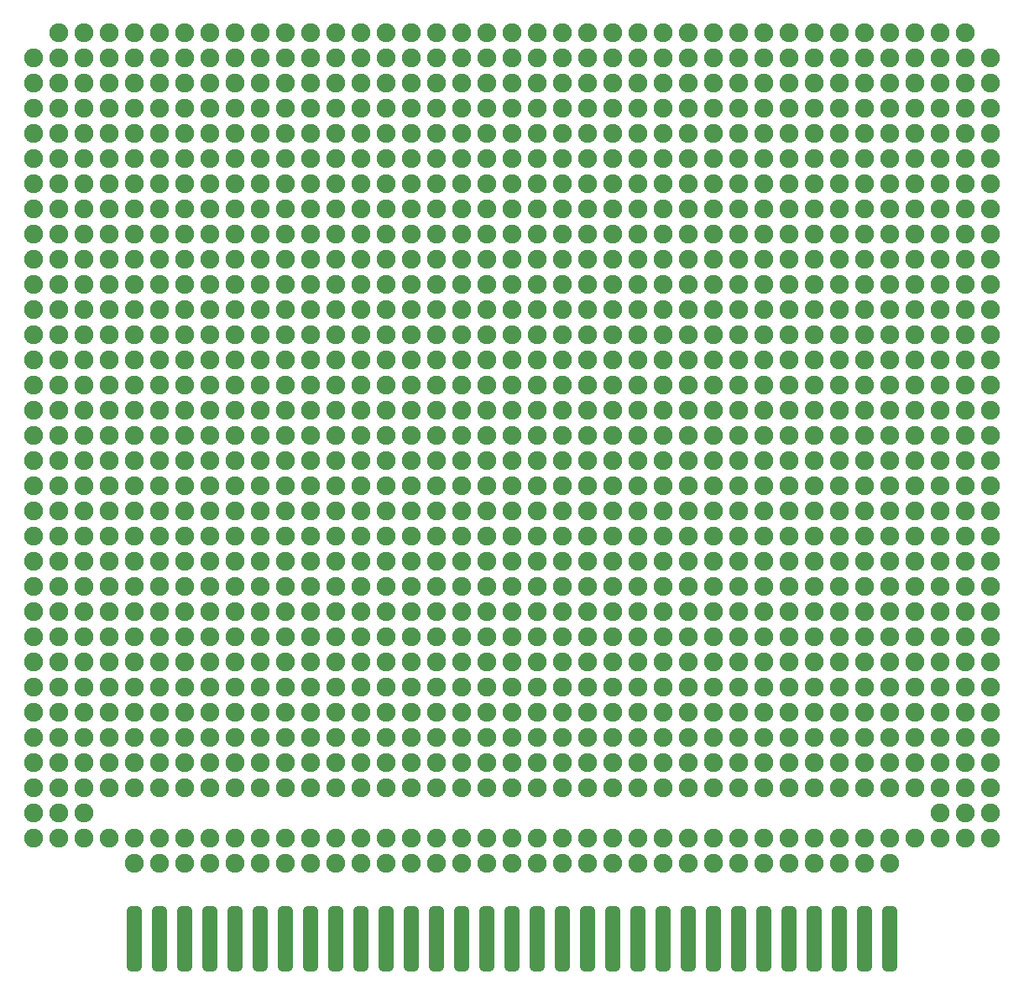
<source format=gbr>
%TF.GenerationSoftware,KiCad,Pcbnew,(6.0.2)*%
%TF.CreationDate,2022-06-29T22:10:34+03:00*%
%TF.ProjectId,zx-bus_board,7a782d62-7573-45f6-926f-6172642e6b69,rev?*%
%TF.SameCoordinates,Original*%
%TF.FileFunction,Soldermask,Bot*%
%TF.FilePolarity,Negative*%
%FSLAX46Y46*%
G04 Gerber Fmt 4.6, Leading zero omitted, Abs format (unit mm)*
G04 Created by KiCad (PCBNEW (6.0.2)) date 2022-06-29 22:10:34*
%MOMM*%
%LPD*%
G01*
G04 APERTURE LIST*
G04 Aperture macros list*
%AMRoundRect*
0 Rectangle with rounded corners*
0 $1 Rounding radius*
0 $2 $3 $4 $5 $6 $7 $8 $9 X,Y pos of 4 corners*
0 Add a 4 corners polygon primitive as box body*
4,1,4,$2,$3,$4,$5,$6,$7,$8,$9,$2,$3,0*
0 Add four circle primitives for the rounded corners*
1,1,$1+$1,$2,$3*
1,1,$1+$1,$4,$5*
1,1,$1+$1,$6,$7*
1,1,$1+$1,$8,$9*
0 Add four rect primitives between the rounded corners*
20,1,$1+$1,$2,$3,$4,$5,0*
20,1,$1+$1,$4,$5,$6,$7,0*
20,1,$1+$1,$6,$7,$8,$9,0*
20,1,$1+$1,$8,$9,$2,$3,0*%
G04 Aperture macros list end*
%ADD10C,1.900000*%
%ADD11RoundRect,0.381000X-0.381000X-2.881000X0.381000X-2.881000X0.381000X2.881000X-0.381000X2.881000X0*%
%ADD12C,1.524000*%
G04 APERTURE END LIST*
D10*
%TO.C,REF\u002A\u002A*%
X157480000Y-99060000D03*
%TD*%
%TO.C,REF\u002A\u002A*%
X157480000Y-96520000D03*
%TD*%
%TO.C,REF\u002A\u002A*%
X157480000Y-93980000D03*
%TD*%
%TO.C,REF\u002A\u002A*%
X157480000Y-55880000D03*
%TD*%
%TO.C,REF\u002A\u002A*%
X157480000Y-73660000D03*
%TD*%
%TO.C,REF\u002A\u002A*%
X157480000Y-58420000D03*
%TD*%
%TO.C,REF\u002A\u002A*%
X157480000Y-53340000D03*
%TD*%
%TO.C,REF\u002A\u002A*%
X157480000Y-33020000D03*
%TD*%
%TO.C,REF\u002A\u002A*%
X157480000Y-50800000D03*
%TD*%
%TO.C,REF\u002A\u002A*%
X157480000Y-63500000D03*
%TD*%
%TO.C,REF\u002A\u002A*%
X157480000Y-91440000D03*
%TD*%
%TO.C,REF\u002A\u002A*%
X157480000Y-40640000D03*
%TD*%
%TO.C,REF\u002A\u002A*%
X157480000Y-60960000D03*
%TD*%
%TO.C,REF\u002A\u002A*%
X157480000Y-78740000D03*
%TD*%
%TO.C,REF\u002A\u002A*%
X157480000Y-20320000D03*
%TD*%
%TO.C,REF\u002A\u002A*%
X157480000Y-76200000D03*
%TD*%
%TO.C,REF\u002A\u002A*%
X157480000Y-43180000D03*
%TD*%
%TO.C,REF\u002A\u002A*%
X157480000Y-68580000D03*
%TD*%
%TO.C,REF\u002A\u002A*%
X157480000Y-48260000D03*
%TD*%
%TO.C,REF\u002A\u002A*%
X157480000Y-22860000D03*
%TD*%
%TO.C,REF\u002A\u002A*%
X157480000Y-66040000D03*
%TD*%
%TO.C,REF\u002A\u002A*%
X157480000Y-81280000D03*
%TD*%
%TO.C,REF\u002A\u002A*%
X157480000Y-35560000D03*
%TD*%
%TO.C,REF\u002A\u002A*%
X157480000Y-88900000D03*
%TD*%
%TO.C,REF\u002A\u002A*%
X157480000Y-27940000D03*
%TD*%
%TO.C,REF\u002A\u002A*%
X157480000Y-30480000D03*
%TD*%
%TO.C,REF\u002A\u002A*%
X157480000Y-25400000D03*
%TD*%
%TO.C,REF\u002A\u002A*%
X157480000Y-38100000D03*
%TD*%
%TO.C,REF\u002A\u002A*%
X157480000Y-45720000D03*
%TD*%
%TO.C,REF\u002A\u002A*%
X157480000Y-86360000D03*
%TD*%
%TO.C,REF\u002A\u002A*%
X157480000Y-83820000D03*
%TD*%
%TO.C,REF\u002A\u002A*%
X157480000Y-71120000D03*
%TD*%
%TO.C,REF\u002A\u002A*%
X251460000Y-96520000D03*
%TD*%
%TO.C,REF\u002A\u002A*%
X251460000Y-99060000D03*
%TD*%
%TO.C,REF\u002A\u002A*%
X177800000Y-101600000D03*
%TD*%
%TO.C,*%
X243840000Y-101600000D03*
%TD*%
%TO.C,REF\u002A\u002A*%
X241300000Y-99060000D03*
%TD*%
%TO.C,REF\u002A\u002A*%
X243840000Y-101600000D03*
%TD*%
%TO.C,*%
X246380000Y-99060000D03*
%TD*%
%TO.C,*%
X236220000Y-99060000D03*
%TD*%
%TO.C,REF\u002A\u002A*%
X236220000Y-99060000D03*
%TD*%
%TO.C,*%
X241300000Y-99060000D03*
%TD*%
%TO.C,*%
X223520000Y-101600000D03*
%TD*%
%TO.C,*%
X228600000Y-101600000D03*
%TD*%
%TO.C,*%
X238760000Y-101600000D03*
%TD*%
%TO.C,REF\u002A\u002A*%
X231140000Y-99060000D03*
%TD*%
%TO.C,REF\u002A\u002A*%
X233680000Y-101600000D03*
%TD*%
%TO.C,*%
X233680000Y-101600000D03*
%TD*%
%TO.C,*%
X238760000Y-101600000D03*
%TD*%
%TO.C,*%
X238760000Y-101600000D03*
%TD*%
%TO.C,*%
X228600000Y-101600000D03*
%TD*%
%TO.C,REF\u002A\u002A*%
X220980000Y-99060000D03*
%TD*%
%TO.C,REF\u002A\u002A*%
X223520000Y-101600000D03*
%TD*%
%TO.C,*%
X228600000Y-101600000D03*
%TD*%
%TO.C,*%
X231140000Y-99060000D03*
%TD*%
%TO.C,REF\u002A\u002A*%
X228600000Y-101600000D03*
%TD*%
%TO.C,REF\u002A\u002A*%
X238760000Y-101600000D03*
%TD*%
%TO.C,REF\u002A\u002A*%
X226060000Y-99060000D03*
%TD*%
%TO.C,REF\u002A\u002A*%
X246380000Y-99060000D03*
%TD*%
%TO.C,*%
X220980000Y-99060000D03*
%TD*%
%TO.C,*%
X226060000Y-99060000D03*
%TD*%
%TO.C,*%
X218440000Y-101600000D03*
%TD*%
%TO.C,REF\u002A\u002A*%
X210820000Y-99060000D03*
%TD*%
%TO.C,REF\u002A\u002A*%
X215900000Y-99060000D03*
%TD*%
%TO.C,REF\u002A\u002A*%
X213360000Y-101600000D03*
%TD*%
%TO.C,*%
X213360000Y-101600000D03*
%TD*%
%TO.C,*%
X210820000Y-99060000D03*
%TD*%
%TO.C,*%
X208280000Y-101600000D03*
%TD*%
%TO.C,*%
X215900000Y-99060000D03*
%TD*%
%TO.C,*%
X218440000Y-101600000D03*
%TD*%
%TO.C,*%
X208280000Y-101600000D03*
%TD*%
%TO.C,REF\u002A\u002A*%
X218440000Y-101600000D03*
%TD*%
%TO.C,*%
X208280000Y-101600000D03*
%TD*%
%TO.C,*%
X218440000Y-101600000D03*
%TD*%
%TO.C,REF\u002A\u002A*%
X208280000Y-101600000D03*
%TD*%
%TO.C,*%
X198120000Y-101600000D03*
%TD*%
%TO.C,REF\u002A\u002A*%
X205740000Y-99060000D03*
%TD*%
%TO.C,*%
X198120000Y-101600000D03*
%TD*%
%TO.C,REF\u002A\u002A*%
X200660000Y-99060000D03*
%TD*%
%TO.C,REF\u002A\u002A*%
X203200000Y-101600000D03*
%TD*%
%TO.C,*%
X198120000Y-101600000D03*
%TD*%
%TO.C,REF\u002A\u002A*%
X198120000Y-101600000D03*
%TD*%
%TO.C,*%
X200660000Y-99060000D03*
%TD*%
%TO.C,*%
X205740000Y-99060000D03*
%TD*%
%TO.C,*%
X203200000Y-101600000D03*
%TD*%
%TO.C,*%
X187960000Y-101600000D03*
%TD*%
%TO.C,REF\u002A\u002A*%
X195580000Y-99060000D03*
%TD*%
%TO.C,*%
X187960000Y-101600000D03*
%TD*%
%TO.C,REF\u002A\u002A*%
X190500000Y-99060000D03*
%TD*%
%TO.C,REF\u002A\u002A*%
X193040000Y-101600000D03*
%TD*%
%TO.C,*%
X187960000Y-101600000D03*
%TD*%
%TO.C,REF\u002A\u002A*%
X187960000Y-101600000D03*
%TD*%
%TO.C,*%
X190500000Y-99060000D03*
%TD*%
%TO.C,*%
X195580000Y-99060000D03*
%TD*%
%TO.C,*%
X193040000Y-101600000D03*
%TD*%
%TO.C,REF\u002A\u002A*%
X180340000Y-99060000D03*
%TD*%
%TO.C,REF\u002A\u002A*%
X182880000Y-101600000D03*
%TD*%
%TO.C,REF\u002A\u002A*%
X185420000Y-99060000D03*
%TD*%
%TO.C,*%
X185420000Y-99060000D03*
%TD*%
%TO.C,*%
X180340000Y-99060000D03*
%TD*%
%TO.C,*%
X182880000Y-101600000D03*
%TD*%
%TO.C,REF\u002A\u002A*%
X170180000Y-99060000D03*
%TD*%
%TO.C,REF\u002A\u002A*%
X172720000Y-101600000D03*
%TD*%
%TO.C,REF\u002A\u002A*%
X175260000Y-99060000D03*
%TD*%
%TO.C,*%
X175260000Y-99060000D03*
%TD*%
%TO.C,*%
X170180000Y-99060000D03*
%TD*%
%TO.C,*%
X172720000Y-101600000D03*
%TD*%
%TO.C,REF\u002A\u002A*%
X162560000Y-99060000D03*
%TD*%
%TO.C,REF\u002A\u002A*%
X162560000Y-96520000D03*
%TD*%
%TO.C,REF\u002A\u002A*%
X243840000Y-55880000D03*
%TD*%
%TO.C,REF\u002A\u002A*%
X243840000Y-30480000D03*
%TD*%
%TO.C,REF\u002A\u002A*%
X243840000Y-25400000D03*
%TD*%
%TO.C,REF\u002A\u002A*%
X243840000Y-38100000D03*
%TD*%
%TO.C,REF\u002A\u002A*%
X243840000Y-33020000D03*
%TD*%
%TO.C,REF\u002A\u002A*%
X251460000Y-53340000D03*
%TD*%
%TO.C,REF\u002A\u002A*%
X243840000Y-71120000D03*
%TD*%
%TO.C,REF\u002A\u002A*%
X243840000Y-53340000D03*
%TD*%
%TO.C,REF\u002A\u002A*%
X251460000Y-93980000D03*
%TD*%
%TO.C,REF\u002A\u002A*%
X248920000Y-33020000D03*
%TD*%
%TO.C,REF\u002A\u002A*%
X248920000Y-93980000D03*
%TD*%
%TO.C,REF\u002A\u002A*%
X248920000Y-38100000D03*
%TD*%
%TO.C,REF\u002A\u002A*%
X248920000Y-63500000D03*
%TD*%
%TO.C,REF\u002A\u002A*%
X243840000Y-22860000D03*
%TD*%
%TO.C,REF\u002A\u002A*%
X251460000Y-71120000D03*
%TD*%
%TO.C,REF\u002A\u002A*%
X243840000Y-86360000D03*
%TD*%
%TO.C,REF\u002A\u002A*%
X248920000Y-55880000D03*
%TD*%
%TO.C,REF\u002A\u002A*%
X248920000Y-60960000D03*
%TD*%
%TO.C,REF\u002A\u002A*%
X251460000Y-55880000D03*
%TD*%
%TO.C,REF\u002A\u002A*%
X251460000Y-50800000D03*
%TD*%
%TO.C,REF\u002A\u002A*%
X243840000Y-20320000D03*
%TD*%
%TO.C,REF\u002A\u002A*%
X243840000Y-63500000D03*
%TD*%
%TO.C,REF\u002A\u002A*%
X243840000Y-35560000D03*
%TD*%
%TO.C,REF\u002A\u002A*%
X243840000Y-50800000D03*
%TD*%
%TO.C,REF\u002A\u002A*%
X243840000Y-76200000D03*
%TD*%
%TO.C,REF\u002A\u002A*%
X243840000Y-93980000D03*
%TD*%
%TO.C,REF\u002A\u002A*%
X251460000Y-30480000D03*
%TD*%
%TO.C,REF\u002A\u002A*%
X243840000Y-60960000D03*
%TD*%
%TO.C,REF\u002A\u002A*%
X248920000Y-30480000D03*
%TD*%
%TO.C,REF\u002A\u002A*%
X248920000Y-76200000D03*
%TD*%
%TO.C,REF\u002A\u002A*%
X248920000Y-71120000D03*
%TD*%
%TO.C,REF\u002A\u002A*%
X248920000Y-25400000D03*
%TD*%
%TO.C,REF\u002A\u002A*%
X251460000Y-48260000D03*
%TD*%
%TO.C,REF\u002A\u002A*%
X251460000Y-60960000D03*
%TD*%
%TO.C,REF\u002A\u002A*%
X251460000Y-88900000D03*
%TD*%
%TO.C,REF\u002A\u002A*%
X251460000Y-38100000D03*
%TD*%
%TO.C,REF\u002A\u002A*%
X251460000Y-58420000D03*
%TD*%
%TO.C,REF\u002A\u002A*%
X251460000Y-76200000D03*
%TD*%
%TO.C,REF\u002A\u002A*%
X248920000Y-20320000D03*
%TD*%
%TO.C,REF\u002A\u002A*%
X251460000Y-17780000D03*
%TD*%
%TO.C,REF\u002A\u002A*%
X248920000Y-53340000D03*
%TD*%
%TO.C,REF\u002A\u002A*%
X251460000Y-73660000D03*
%TD*%
%TO.C,REF\u002A\u002A*%
X251460000Y-40640000D03*
%TD*%
%TO.C,REF\u002A\u002A*%
X248920000Y-91440000D03*
%TD*%
%TO.C,REF\u002A\u002A*%
X251460000Y-66040000D03*
%TD*%
%TO.C,REF\u002A\u002A*%
X248920000Y-86360000D03*
%TD*%
%TO.C,REF\u002A\u002A*%
X251460000Y-91440000D03*
%TD*%
%TO.C,REF\u002A\u002A*%
X251460000Y-45720000D03*
%TD*%
%TO.C,REF\u002A\u002A*%
X248920000Y-17780000D03*
%TD*%
%TO.C,REF\u002A\u002A*%
X251460000Y-20320000D03*
%TD*%
%TO.C,REF\u002A\u002A*%
X251460000Y-63500000D03*
%TD*%
%TO.C,REF\u002A\u002A*%
X248920000Y-50800000D03*
%TD*%
%TO.C,REF\u002A\u002A*%
X251460000Y-78740000D03*
%TD*%
%TO.C,REF\u002A\u002A*%
X248920000Y-22860000D03*
%TD*%
%TO.C,REF\u002A\u002A*%
X248920000Y-68580000D03*
%TD*%
%TO.C,REF\u002A\u002A*%
X248920000Y-48260000D03*
%TD*%
%TO.C,REF\u002A\u002A*%
X248920000Y-45720000D03*
%TD*%
%TO.C,REF\u002A\u002A*%
X251460000Y-33020000D03*
%TD*%
%TO.C,REF\u002A\u002A*%
X251460000Y-86360000D03*
%TD*%
%TO.C,REF\u002A\u002A*%
X248920000Y-35560000D03*
%TD*%
%TO.C,REF\u002A\u002A*%
X251460000Y-25400000D03*
%TD*%
%TO.C,REF\u002A\u002A*%
X241300000Y-35560000D03*
%TD*%
%TO.C,REF\u002A\u002A*%
X241300000Y-68580000D03*
%TD*%
%TO.C,REF\u002A\u002A*%
X241300000Y-88900000D03*
%TD*%
%TO.C,REF\u002A\u002A*%
X241300000Y-43180000D03*
%TD*%
%TO.C,REF\u002A\u002A*%
X241300000Y-27940000D03*
%TD*%
%TO.C,REF\u002A\u002A*%
X241300000Y-20320000D03*
%TD*%
%TO.C,REF\u002A\u002A*%
X241300000Y-81280000D03*
%TD*%
%TO.C,REF\u002A\u002A*%
X241300000Y-83820000D03*
%TD*%
%TO.C,REF\u002A\u002A*%
X241300000Y-22860000D03*
%TD*%
%TO.C,REF\u002A\u002A*%
X251460000Y-27940000D03*
%TD*%
%TO.C,REF\u002A\u002A*%
X251460000Y-22860000D03*
%TD*%
%TO.C,REF\u002A\u002A*%
X248920000Y-78740000D03*
%TD*%
%TO.C,REF\u002A\u002A*%
X246380000Y-50800000D03*
%TD*%
%TO.C,REF\u002A\u002A*%
X246380000Y-53340000D03*
%TD*%
%TO.C,REF\u002A\u002A*%
X248920000Y-81280000D03*
%TD*%
%TO.C,REF\u002A\u002A*%
X251460000Y-35560000D03*
%TD*%
%TO.C,REF\u002A\u002A*%
X248920000Y-88900000D03*
%TD*%
%TO.C,REF\u002A\u002A*%
X246380000Y-76200000D03*
%TD*%
%TO.C,REF\u002A\u002A*%
X246380000Y-55880000D03*
%TD*%
%TO.C,REF\u002A\u002A*%
X246380000Y-30480000D03*
%TD*%
%TO.C,REF\u002A\u002A*%
X251460000Y-43180000D03*
%TD*%
%TO.C,REF\u002A\u002A*%
X246380000Y-48260000D03*
%TD*%
%TO.C,REF\u002A\u002A*%
X248920000Y-40640000D03*
%TD*%
%TO.C,REF\u002A\u002A*%
X246380000Y-63500000D03*
%TD*%
%TO.C,REF\u002A\u002A*%
X246380000Y-86360000D03*
%TD*%
%TO.C,REF\u002A\u002A*%
X246380000Y-71120000D03*
%TD*%
%TO.C,REF\u002A\u002A*%
X246380000Y-78740000D03*
%TD*%
%TO.C,REF\u002A\u002A*%
X248920000Y-43180000D03*
%TD*%
%TO.C,REF\u002A\u002A*%
X243840000Y-91440000D03*
%TD*%
%TO.C,REF\u002A\u002A*%
X248920000Y-83820000D03*
%TD*%
%TO.C,REF\u002A\u002A*%
X251460000Y-83820000D03*
%TD*%
%TO.C,REF\u002A\u002A*%
X251460000Y-81280000D03*
%TD*%
%TO.C,REF\u002A\u002A*%
X246380000Y-93980000D03*
%TD*%
%TO.C,REF\u002A\u002A*%
X248920000Y-27940000D03*
%TD*%
%TO.C,REF\u002A\u002A*%
X246380000Y-40640000D03*
%TD*%
%TO.C,REF\u002A\u002A*%
X246380000Y-88900000D03*
%TD*%
%TO.C,REF\u002A\u002A*%
X246380000Y-33020000D03*
%TD*%
%TO.C,REF\u002A\u002A*%
X246380000Y-35560000D03*
%TD*%
%TO.C,REF\u002A\u002A*%
X246380000Y-45720000D03*
%TD*%
%TO.C,REF\u002A\u002A*%
X246380000Y-17780000D03*
%TD*%
%TO.C,REF\u002A\u002A*%
X246380000Y-60960000D03*
%TD*%
%TO.C,REF\u002A\u002A*%
X246380000Y-38100000D03*
%TD*%
%TO.C,REF\u002A\u002A*%
X246380000Y-73660000D03*
%TD*%
%TO.C,REF\u002A\u002A*%
X246380000Y-68580000D03*
%TD*%
%TO.C,REF\u002A\u002A*%
X248920000Y-58420000D03*
%TD*%
%TO.C,REF\u002A\u002A*%
X243840000Y-88900000D03*
%TD*%
%TO.C,REF\u002A\u002A*%
X243840000Y-81280000D03*
%TD*%
%TO.C,REF\u002A\u002A*%
X243840000Y-17780000D03*
%TD*%
%TO.C,REF\u002A\u002A*%
X246380000Y-58420000D03*
%TD*%
%TO.C,REF\u002A\u002A*%
X246380000Y-43180000D03*
%TD*%
%TO.C,REF\u002A\u002A*%
X243840000Y-48260000D03*
%TD*%
%TO.C,REF\u002A\u002A*%
X246380000Y-27940000D03*
%TD*%
%TO.C,REF\u002A\u002A*%
X246380000Y-22860000D03*
%TD*%
%TO.C,REF\u002A\u002A*%
X246380000Y-66040000D03*
%TD*%
%TO.C,REF\u002A\u002A*%
X243840000Y-73660000D03*
%TD*%
%TO.C,REF\u002A\u002A*%
X248920000Y-73660000D03*
%TD*%
%TO.C,REF\u002A\u002A*%
X246380000Y-81280000D03*
%TD*%
%TO.C,REF\u002A\u002A*%
X243840000Y-40640000D03*
%TD*%
%TO.C,REF\u002A\u002A*%
X246380000Y-91440000D03*
%TD*%
%TO.C,REF\u002A\u002A*%
X243840000Y-27940000D03*
%TD*%
%TO.C,REF\u002A\u002A*%
X243840000Y-68580000D03*
%TD*%
%TO.C,REF\u002A\u002A*%
X246380000Y-25400000D03*
%TD*%
%TO.C,REF\u002A\u002A*%
X243840000Y-45720000D03*
%TD*%
%TO.C,REF\u002A\u002A*%
X246380000Y-83820000D03*
%TD*%
%TO.C,REF\u002A\u002A*%
X243840000Y-66040000D03*
%TD*%
%TO.C,REF\u002A\u002A*%
X246380000Y-20320000D03*
%TD*%
%TO.C,REF\u002A\u002A*%
X243840000Y-78740000D03*
%TD*%
%TO.C,REF\u002A\u002A*%
X241300000Y-53340000D03*
%TD*%
%TO.C,REF\u002A\u002A*%
X243840000Y-83820000D03*
%TD*%
%TO.C,REF\u002A\u002A*%
X243840000Y-43180000D03*
%TD*%
%TO.C,REF\u002A\u002A*%
X241300000Y-50800000D03*
%TD*%
%TO.C,REF\u002A\u002A*%
X243840000Y-58420000D03*
%TD*%
%TO.C,REF\u002A\u002A*%
X241300000Y-55880000D03*
%TD*%
%TO.C,REF\u002A\u002A*%
X241300000Y-93980000D03*
%TD*%
%TO.C,REF\u002A\u002A*%
X241300000Y-63500000D03*
%TD*%
%TO.C,REF\u002A\u002A*%
X241300000Y-40640000D03*
%TD*%
%TO.C,REF\u002A\u002A*%
X241300000Y-33020000D03*
%TD*%
%TO.C,REF\u002A\u002A*%
X241300000Y-17780000D03*
%TD*%
%TO.C,REF\u002A\u002A*%
X241300000Y-38100000D03*
%TD*%
%TO.C,REF\u002A\u002A*%
X241300000Y-71120000D03*
%TD*%
%TO.C,REF\u002A\u002A*%
X241300000Y-91440000D03*
%TD*%
%TO.C,REF\u002A\u002A*%
X241300000Y-30480000D03*
%TD*%
%TO.C,REF\u002A\u002A*%
X241300000Y-78740000D03*
%TD*%
%TO.C,REF\u002A\u002A*%
X241300000Y-66040000D03*
%TD*%
%TO.C,REF\u002A\u002A*%
X241300000Y-73660000D03*
%TD*%
%TO.C,REF\u002A\u002A*%
X241300000Y-25400000D03*
%TD*%
%TO.C,REF\u002A\u002A*%
X241300000Y-45720000D03*
%TD*%
%TO.C,REF\u002A\u002A*%
X241300000Y-76200000D03*
%TD*%
%TO.C,REF\u002A\u002A*%
X241300000Y-60960000D03*
%TD*%
%TO.C,REF\u002A\u002A*%
X241300000Y-58420000D03*
%TD*%
%TO.C,REF\u002A\u002A*%
X241300000Y-48260000D03*
%TD*%
%TO.C,REF\u002A\u002A*%
X241300000Y-86360000D03*
%TD*%
%TO.C,REF\u002A\u002A*%
X251460000Y-68580000D03*
%TD*%
%TO.C,REF\u002A\u002A*%
X248920000Y-66040000D03*
%TD*%
%TO.C,REF\u002A\u002A*%
X210820000Y-71120000D03*
%TD*%
%TO.C,REF\u002A\u002A*%
X220980000Y-83820000D03*
%TD*%
%TO.C,REF\u002A\u002A*%
X210820000Y-53340000D03*
%TD*%
%TO.C,REF\u002A\u002A*%
X210820000Y-55880000D03*
%TD*%
%TO.C,REF\u002A\u002A*%
X210820000Y-60960000D03*
%TD*%
%TO.C,REF\u002A\u002A*%
X210820000Y-76200000D03*
%TD*%
%TO.C,REF\u002A\u002A*%
X210820000Y-38100000D03*
%TD*%
%TO.C,REF\u002A\u002A*%
X210820000Y-93980000D03*
%TD*%
%TO.C,REF\u002A\u002A*%
X210820000Y-63500000D03*
%TD*%
%TO.C,REF\u002A\u002A*%
X210820000Y-33020000D03*
%TD*%
%TO.C,REF\u002A\u002A*%
X215900000Y-33020000D03*
%TD*%
%TO.C,REF\u002A\u002A*%
X218440000Y-93980000D03*
%TD*%
%TO.C,REF\u002A\u002A*%
X210820000Y-50800000D03*
%TD*%
%TO.C,REF\u002A\u002A*%
X210820000Y-30480000D03*
%TD*%
%TO.C,REF\u002A\u002A*%
X210820000Y-25400000D03*
%TD*%
%TO.C,REF\u002A\u002A*%
X210820000Y-20320000D03*
%TD*%
%TO.C,REF\u002A\u002A*%
X218440000Y-55880000D03*
%TD*%
%TO.C,REF\u002A\u002A*%
X210820000Y-86360000D03*
%TD*%
%TO.C,REF\u002A\u002A*%
X218440000Y-53340000D03*
%TD*%
%TO.C,REF\u002A\u002A*%
X215900000Y-38100000D03*
%TD*%
%TO.C,REF\u002A\u002A*%
X215900000Y-55880000D03*
%TD*%
%TO.C,REF\u002A\u002A*%
X215900000Y-25400000D03*
%TD*%
%TO.C,REF\u002A\u002A*%
X215900000Y-60960000D03*
%TD*%
%TO.C,REF\u002A\u002A*%
X215900000Y-30480000D03*
%TD*%
%TO.C,REF\u002A\u002A*%
X218440000Y-50800000D03*
%TD*%
%TO.C,REF\u002A\u002A*%
X215900000Y-76200000D03*
%TD*%
%TO.C,REF\u002A\u002A*%
X215900000Y-71120000D03*
%TD*%
%TO.C,REF\u002A\u002A*%
X215900000Y-93980000D03*
%TD*%
%TO.C,REF\u002A\u002A*%
X210820000Y-35560000D03*
%TD*%
%TO.C,REF\u002A\u002A*%
X215900000Y-53340000D03*
%TD*%
%TO.C,REF\u002A\u002A*%
X210820000Y-22860000D03*
%TD*%
%TO.C,REF\u002A\u002A*%
X215900000Y-22860000D03*
%TD*%
%TO.C,REF\u002A\u002A*%
X218440000Y-71120000D03*
%TD*%
%TO.C,REF\u002A\u002A*%
X218440000Y-48260000D03*
%TD*%
%TO.C,REF\u002A\u002A*%
X218440000Y-30480000D03*
%TD*%
%TO.C,REF\u002A\u002A*%
X218440000Y-60960000D03*
%TD*%
%TO.C,REF\u002A\u002A*%
X218440000Y-66040000D03*
%TD*%
%TO.C,REF\u002A\u002A*%
X215900000Y-63500000D03*
%TD*%
%TO.C,REF\u002A\u002A*%
X218440000Y-73660000D03*
%TD*%
%TO.C,REF\u002A\u002A*%
X218440000Y-38100000D03*
%TD*%
%TO.C,REF\u002A\u002A*%
X218440000Y-86360000D03*
%TD*%
%TO.C,REF\u002A\u002A*%
X218440000Y-91440000D03*
%TD*%
%TO.C,REF\u002A\u002A*%
X218440000Y-40640000D03*
%TD*%
%TO.C,REF\u002A\u002A*%
X218440000Y-63500000D03*
%TD*%
%TO.C,REF\u002A\u002A*%
X218440000Y-76200000D03*
%TD*%
%TO.C,REF\u002A\u002A*%
X215900000Y-86360000D03*
%TD*%
%TO.C,REF\u002A\u002A*%
X215900000Y-35560000D03*
%TD*%
%TO.C,REF\u002A\u002A*%
X218440000Y-25400000D03*
%TD*%
%TO.C,REF\u002A\u002A*%
X215900000Y-20320000D03*
%TD*%
%TO.C,REF\u002A\u002A*%
X218440000Y-58420000D03*
%TD*%
%TO.C,REF\u002A\u002A*%
X215900000Y-68580000D03*
%TD*%
%TO.C,REF\u002A\u002A*%
X218440000Y-78740000D03*
%TD*%
%TO.C,REF\u002A\u002A*%
X215900000Y-17780000D03*
%TD*%
%TO.C,REF\u002A\u002A*%
X215900000Y-91440000D03*
%TD*%
%TO.C,REF\u002A\u002A*%
X218440000Y-45720000D03*
%TD*%
%TO.C,REF\u002A\u002A*%
X215900000Y-50800000D03*
%TD*%
%TO.C,REF\u002A\u002A*%
X218440000Y-33020000D03*
%TD*%
%TO.C,REF\u002A\u002A*%
X218440000Y-17780000D03*
%TD*%
%TO.C,REF\u002A\u002A*%
X218440000Y-88900000D03*
%TD*%
%TO.C,REF\u002A\u002A*%
X215900000Y-45720000D03*
%TD*%
%TO.C,REF\u002A\u002A*%
X215900000Y-48260000D03*
%TD*%
%TO.C,REF\u002A\u002A*%
X218440000Y-20320000D03*
%TD*%
%TO.C,REF\u002A\u002A*%
X215900000Y-66040000D03*
%TD*%
%TO.C,REF\u002A\u002A*%
X218440000Y-68580000D03*
%TD*%
%TO.C,REF\u002A\u002A*%
X218440000Y-83820000D03*
%TD*%
%TO.C,REF\u002A\u002A*%
X218440000Y-27940000D03*
%TD*%
%TO.C,REF\u002A\u002A*%
X218440000Y-22860000D03*
%TD*%
%TO.C,REF\u002A\u002A*%
X218440000Y-81280000D03*
%TD*%
%TO.C,REF\u002A\u002A*%
X215900000Y-78740000D03*
%TD*%
%TO.C,REF\u002A\u002A*%
X218440000Y-43180000D03*
%TD*%
%TO.C,REF\u002A\u002A*%
X213360000Y-53340000D03*
%TD*%
%TO.C,REF\u002A\u002A*%
X215900000Y-81280000D03*
%TD*%
%TO.C,REF\u002A\u002A*%
X218440000Y-35560000D03*
%TD*%
%TO.C,REF\u002A\u002A*%
X213360000Y-40640000D03*
%TD*%
%TO.C,REF\u002A\u002A*%
X213360000Y-50800000D03*
%TD*%
%TO.C,REF\u002A\u002A*%
X215900000Y-88900000D03*
%TD*%
%TO.C,REF\u002A\u002A*%
X213360000Y-30480000D03*
%TD*%
%TO.C,REF\u002A\u002A*%
X213360000Y-93980000D03*
%TD*%
%TO.C,REF\u002A\u002A*%
X213360000Y-38100000D03*
%TD*%
%TO.C,REF\u002A\u002A*%
X215900000Y-43180000D03*
%TD*%
%TO.C,REF\u002A\u002A*%
X213360000Y-33020000D03*
%TD*%
%TO.C,REF\u002A\u002A*%
X213360000Y-60960000D03*
%TD*%
%TO.C,REF\u002A\u002A*%
X213360000Y-71120000D03*
%TD*%
%TO.C,REF\u002A\u002A*%
X213360000Y-17780000D03*
%TD*%
%TO.C,REF\u002A\u002A*%
X213360000Y-48260000D03*
%TD*%
%TO.C,REF\u002A\u002A*%
X213360000Y-63500000D03*
%TD*%
%TO.C,REF\u002A\u002A*%
X213360000Y-76200000D03*
%TD*%
%TO.C,REF\u002A\u002A*%
X213360000Y-55880000D03*
%TD*%
%TO.C,REF\u002A\u002A*%
X215900000Y-27940000D03*
%TD*%
%TO.C,REF\u002A\u002A*%
X213360000Y-45720000D03*
%TD*%
%TO.C,REF\u002A\u002A*%
X213360000Y-35560000D03*
%TD*%
%TO.C,REF\u002A\u002A*%
X213360000Y-86360000D03*
%TD*%
%TO.C,REF\u002A\u002A*%
X213360000Y-66040000D03*
%TD*%
%TO.C,REF\u002A\u002A*%
X215900000Y-40640000D03*
%TD*%
%TO.C,REF\u002A\u002A*%
X215900000Y-73660000D03*
%TD*%
%TO.C,REF\u002A\u002A*%
X215900000Y-83820000D03*
%TD*%
%TO.C,REF\u002A\u002A*%
X213360000Y-78740000D03*
%TD*%
%TO.C,REF\u002A\u002A*%
X213360000Y-91440000D03*
%TD*%
%TO.C,REF\u002A\u002A*%
X213360000Y-27940000D03*
%TD*%
%TO.C,REF\u002A\u002A*%
X213360000Y-88900000D03*
%TD*%
%TO.C,REF\u002A\u002A*%
X210820000Y-68580000D03*
%TD*%
%TO.C,REF\u002A\u002A*%
X213360000Y-25400000D03*
%TD*%
%TO.C,REF\u002A\u002A*%
X210820000Y-91440000D03*
%TD*%
%TO.C,REF\u002A\u002A*%
X213360000Y-68580000D03*
%TD*%
%TO.C,REF\u002A\u002A*%
X213360000Y-43180000D03*
%TD*%
%TO.C,REF\u002A\u002A*%
X210820000Y-48260000D03*
%TD*%
%TO.C,REF\u002A\u002A*%
X210820000Y-66040000D03*
%TD*%
%TO.C,REF\u002A\u002A*%
X210820000Y-88900000D03*
%TD*%
%TO.C,REF\u002A\u002A*%
X213360000Y-83820000D03*
%TD*%
%TO.C,REF\u002A\u002A*%
X210820000Y-45720000D03*
%TD*%
%TO.C,REF\u002A\u002A*%
X210820000Y-40640000D03*
%TD*%
%TO.C,REF\u002A\u002A*%
X215900000Y-58420000D03*
%TD*%
%TO.C,REF\u002A\u002A*%
X213360000Y-22860000D03*
%TD*%
%TO.C,REF\u002A\u002A*%
X213360000Y-73660000D03*
%TD*%
%TO.C,REF\u002A\u002A*%
X210820000Y-27940000D03*
%TD*%
%TO.C,REF\u002A\u002A*%
X210820000Y-73660000D03*
%TD*%
%TO.C,REF\u002A\u002A*%
X213360000Y-58420000D03*
%TD*%
%TO.C,REF\u002A\u002A*%
X210820000Y-17780000D03*
%TD*%
%TO.C,REF\u002A\u002A*%
X210820000Y-81280000D03*
%TD*%
%TO.C,REF\u002A\u002A*%
X213360000Y-81280000D03*
%TD*%
%TO.C,REF\u002A\u002A*%
X213360000Y-20320000D03*
%TD*%
%TO.C,REF\u002A\u002A*%
X210820000Y-78740000D03*
%TD*%
%TO.C,REF\u002A\u002A*%
X228600000Y-20320000D03*
%TD*%
%TO.C,REF\u002A\u002A*%
X226060000Y-88900000D03*
%TD*%
%TO.C,REF\u002A\u002A*%
X223520000Y-53340000D03*
%TD*%
%TO.C,REF\u002A\u002A*%
X228600000Y-22860000D03*
%TD*%
%TO.C,REF\u002A\u002A*%
X228600000Y-81280000D03*
%TD*%
%TO.C,REF\u002A\u002A*%
X228600000Y-83820000D03*
%TD*%
%TO.C,REF\u002A\u002A*%
X228600000Y-27940000D03*
%TD*%
%TO.C,REF\u002A\u002A*%
X228600000Y-68580000D03*
%TD*%
%TO.C,REF\u002A\u002A*%
X228600000Y-88900000D03*
%TD*%
%TO.C,REF\u002A\u002A*%
X228600000Y-43180000D03*
%TD*%
%TO.C,REF\u002A\u002A*%
X226060000Y-78740000D03*
%TD*%
%TO.C,REF\u002A\u002A*%
X226060000Y-81280000D03*
%TD*%
%TO.C,REF\u002A\u002A*%
X228600000Y-35560000D03*
%TD*%
%TO.C,REF\u002A\u002A*%
X226060000Y-27940000D03*
%TD*%
%TO.C,REF\u002A\u002A*%
X223520000Y-30480000D03*
%TD*%
%TO.C,REF\u002A\u002A*%
X223520000Y-93980000D03*
%TD*%
%TO.C,REF\u002A\u002A*%
X223520000Y-45720000D03*
%TD*%
%TO.C,REF\u002A\u002A*%
X226060000Y-43180000D03*
%TD*%
%TO.C,REF\u002A\u002A*%
X223520000Y-48260000D03*
%TD*%
%TO.C,REF\u002A\u002A*%
X226060000Y-73660000D03*
%TD*%
%TO.C,REF\u002A\u002A*%
X226060000Y-58420000D03*
%TD*%
%TO.C,REF\u002A\u002A*%
X223520000Y-35560000D03*
%TD*%
%TO.C,REF\u002A\u002A*%
X226060000Y-66040000D03*
%TD*%
%TO.C,REF\u002A\u002A*%
X223520000Y-71120000D03*
%TD*%
%TO.C,REF\u002A\u002A*%
X223520000Y-55880000D03*
%TD*%
%TO.C,REF\u002A\u002A*%
X223520000Y-63500000D03*
%TD*%
%TO.C,REF\u002A\u002A*%
X223520000Y-66040000D03*
%TD*%
%TO.C,REF\u002A\u002A*%
X223520000Y-38100000D03*
%TD*%
%TO.C,REF\u002A\u002A*%
X223520000Y-76200000D03*
%TD*%
%TO.C,REF\u002A\u002A*%
X226060000Y-40640000D03*
%TD*%
%TO.C,REF\u002A\u002A*%
X223520000Y-78740000D03*
%TD*%
%TO.C,REF\u002A\u002A*%
X223520000Y-50800000D03*
%TD*%
%TO.C,REF\u002A\u002A*%
X223520000Y-17780000D03*
%TD*%
%TO.C,REF\u002A\u002A*%
X223520000Y-40640000D03*
%TD*%
%TO.C,REF\u002A\u002A*%
X223520000Y-60960000D03*
%TD*%
%TO.C,REF\u002A\u002A*%
X226060000Y-83820000D03*
%TD*%
%TO.C,REF\u002A\u002A*%
X223520000Y-91440000D03*
%TD*%
%TO.C,REF\u002A\u002A*%
X223520000Y-33020000D03*
%TD*%
%TO.C,REF\u002A\u002A*%
X223520000Y-86360000D03*
%TD*%
%TO.C,REF\u002A\u002A*%
X223520000Y-27940000D03*
%TD*%
%TO.C,REF\u002A\u002A*%
X223520000Y-68580000D03*
%TD*%
%TO.C,REF\u002A\u002A*%
X223520000Y-43180000D03*
%TD*%
%TO.C,REF\u002A\u002A*%
X223520000Y-73660000D03*
%TD*%
%TO.C,REF\u002A\u002A*%
X220980000Y-27940000D03*
%TD*%
%TO.C,REF\u002A\u002A*%
X223520000Y-83820000D03*
%TD*%
%TO.C,REF\u002A\u002A*%
X220980000Y-45720000D03*
%TD*%
%TO.C,REF\u002A\u002A*%
X223520000Y-88900000D03*
%TD*%
%TO.C,REF\u002A\u002A*%
X220980000Y-78740000D03*
%TD*%
%TO.C,REF\u002A\u002A*%
X220980000Y-81280000D03*
%TD*%
%TO.C,REF\u002A\u002A*%
X220980000Y-40640000D03*
%TD*%
%TO.C,REF\u002A\u002A*%
X220980000Y-48260000D03*
%TD*%
%TO.C,REF\u002A\u002A*%
X220980000Y-73660000D03*
%TD*%
%TO.C,REF\u002A\u002A*%
X220980000Y-88900000D03*
%TD*%
%TO.C,REF\u002A\u002A*%
X220980000Y-58420000D03*
%TD*%
%TO.C,REF\u002A\u002A*%
X220980000Y-68580000D03*
%TD*%
%TO.C,REF\u002A\u002A*%
X223520000Y-25400000D03*
%TD*%
%TO.C,REF\u002A\u002A*%
X223520000Y-20320000D03*
%TD*%
%TO.C,REF\u002A\u002A*%
X220980000Y-91440000D03*
%TD*%
%TO.C,REF\u002A\u002A*%
X223520000Y-58420000D03*
%TD*%
%TO.C,REF\u002A\u002A*%
X220980000Y-43180000D03*
%TD*%
%TO.C,REF\u002A\u002A*%
X223520000Y-81280000D03*
%TD*%
%TO.C,REF\u002A\u002A*%
X220980000Y-66040000D03*
%TD*%
%TO.C,REF\u002A\u002A*%
X223520000Y-22860000D03*
%TD*%
%TO.C,REF\u002A\u002A*%
X220980000Y-17780000D03*
%TD*%
%TO.C,REF\u002A\u002A*%
X200660000Y-53340000D03*
%TD*%
%TO.C,REF\u002A\u002A*%
X200660000Y-71120000D03*
%TD*%
%TO.C,REF\u002A\u002A*%
X200660000Y-55880000D03*
%TD*%
%TO.C,REF\u002A\u002A*%
X200660000Y-60960000D03*
%TD*%
%TO.C,REF\u002A\u002A*%
X200660000Y-76200000D03*
%TD*%
%TO.C,REF\u002A\u002A*%
X200660000Y-38100000D03*
%TD*%
%TO.C,REF\u002A\u002A*%
X200660000Y-93980000D03*
%TD*%
%TO.C,REF\u002A\u002A*%
X200660000Y-63500000D03*
%TD*%
%TO.C,REF\u002A\u002A*%
X200660000Y-33020000D03*
%TD*%
%TO.C,REF\u002A\u002A*%
X200660000Y-30480000D03*
%TD*%
%TO.C,REF\u002A\u002A*%
X200660000Y-22860000D03*
%TD*%
%TO.C,REF\u002A\u002A*%
X200660000Y-25400000D03*
%TD*%
%TO.C,REF\u002A\u002A*%
X200660000Y-50800000D03*
%TD*%
%TO.C,REF\u002A\u002A*%
X200660000Y-20320000D03*
%TD*%
%TO.C,REF\u002A\u002A*%
X200660000Y-86360000D03*
%TD*%
%TO.C,REF\u002A\u002A*%
X200660000Y-35560000D03*
%TD*%
%TO.C,REF\u002A\u002A*%
X205740000Y-76200000D03*
%TD*%
%TO.C,REF\u002A\u002A*%
X205740000Y-38100000D03*
%TD*%
%TO.C,REF\u002A\u002A*%
X210820000Y-43180000D03*
%TD*%
%TO.C,REF\u002A\u002A*%
X210820000Y-58420000D03*
%TD*%
%TO.C,REF\u002A\u002A*%
X205740000Y-53340000D03*
%TD*%
%TO.C,REF\u002A\u002A*%
X205740000Y-71120000D03*
%TD*%
%TO.C,REF\u002A\u002A*%
X210820000Y-83820000D03*
%TD*%
%TO.C,REF\u002A\u002A*%
X205740000Y-55880000D03*
%TD*%
%TO.C,REF\u002A\u002A*%
X205740000Y-60960000D03*
%TD*%
%TO.C,REF\u002A\u002A*%
X205740000Y-93980000D03*
%TD*%
%TO.C,REF\u002A\u002A*%
X205740000Y-33020000D03*
%TD*%
%TO.C,REF\u002A\u002A*%
X205740000Y-30480000D03*
%TD*%
%TO.C,REF\u002A\u002A*%
X205740000Y-22860000D03*
%TD*%
%TO.C,REF\u002A\u002A*%
X205740000Y-25400000D03*
%TD*%
%TO.C,REF\u002A\u002A*%
X208280000Y-53340000D03*
%TD*%
%TO.C,REF\u002A\u002A*%
X208280000Y-50800000D03*
%TD*%
%TO.C,REF\u002A\u002A*%
X208280000Y-93980000D03*
%TD*%
%TO.C,REF\u002A\u002A*%
X208280000Y-55880000D03*
%TD*%
%TO.C,REF\u002A\u002A*%
X208280000Y-71120000D03*
%TD*%
%TO.C,REF\u002A\u002A*%
X208280000Y-45720000D03*
%TD*%
%TO.C,REF\u002A\u002A*%
X208280000Y-48260000D03*
%TD*%
%TO.C,REF\u002A\u002A*%
X208280000Y-63500000D03*
%TD*%
%TO.C,REF\u002A\u002A*%
X208280000Y-76200000D03*
%TD*%
%TO.C,REF\u002A\u002A*%
X205740000Y-50800000D03*
%TD*%
%TO.C,REF\u002A\u002A*%
X208280000Y-40640000D03*
%TD*%
%TO.C,REF\u002A\u002A*%
X205740000Y-86360000D03*
%TD*%
%TO.C,REF\u002A\u002A*%
X208280000Y-30480000D03*
%TD*%
%TO.C,REF\u002A\u002A*%
X208280000Y-33020000D03*
%TD*%
%TO.C,REF\u002A\u002A*%
X208280000Y-60960000D03*
%TD*%
%TO.C,REF\u002A\u002A*%
X208280000Y-17780000D03*
%TD*%
%TO.C,REF\u002A\u002A*%
X208280000Y-66040000D03*
%TD*%
%TO.C,REF\u002A\u002A*%
X205740000Y-63500000D03*
%TD*%
%TO.C,REF\u002A\u002A*%
X205740000Y-35560000D03*
%TD*%
%TO.C,REF\u002A\u002A*%
X208280000Y-38100000D03*
%TD*%
%TO.C,REF\u002A\u002A*%
X208280000Y-86360000D03*
%TD*%
%TO.C,REF\u002A\u002A*%
X205740000Y-20320000D03*
%TD*%
%TO.C,REF\u002A\u002A*%
X208280000Y-58420000D03*
%TD*%
%TO.C,REF\u002A\u002A*%
X205740000Y-68580000D03*
%TD*%
%TO.C,REF\u002A\u002A*%
X208280000Y-78740000D03*
%TD*%
%TO.C,REF\u002A\u002A*%
X205740000Y-17780000D03*
%TD*%
%TO.C,REF\u002A\u002A*%
X208280000Y-91440000D03*
%TD*%
%TO.C,REF\u002A\u002A*%
X208280000Y-25400000D03*
%TD*%
%TO.C,REF\u002A\u002A*%
X208280000Y-73660000D03*
%TD*%
%TO.C,REF\u002A\u002A*%
X205740000Y-91440000D03*
%TD*%
%TO.C,REF\u002A\u002A*%
X205740000Y-45720000D03*
%TD*%
%TO.C,REF\u002A\u002A*%
X205740000Y-48260000D03*
%TD*%
%TO.C,REF\u002A\u002A*%
X208280000Y-20320000D03*
%TD*%
%TO.C,REF\u002A\u002A*%
X205740000Y-66040000D03*
%TD*%
%TO.C,REF\u002A\u002A*%
X208280000Y-22860000D03*
%TD*%
%TO.C,REF\u002A\u002A*%
X208280000Y-81280000D03*
%TD*%
%TO.C,REF\u002A\u002A*%
X208280000Y-83820000D03*
%TD*%
%TO.C,REF\u002A\u002A*%
X208280000Y-27940000D03*
%TD*%
%TO.C,REF\u002A\u002A*%
X208280000Y-68580000D03*
%TD*%
%TO.C,REF\u002A\u002A*%
X208280000Y-88900000D03*
%TD*%
%TO.C,REF\u002A\u002A*%
X205740000Y-78740000D03*
%TD*%
%TO.C,REF\u002A\u002A*%
X208280000Y-43180000D03*
%TD*%
%TO.C,REF\u002A\u002A*%
X205740000Y-81280000D03*
%TD*%
%TO.C,REF\u002A\u002A*%
X208280000Y-35560000D03*
%TD*%
%TO.C,REF\u002A\u002A*%
X205740000Y-27940000D03*
%TD*%
%TO.C,REF\u002A\u002A*%
X205740000Y-88900000D03*
%TD*%
%TO.C,REF\u002A\u002A*%
X203200000Y-53340000D03*
%TD*%
%TO.C,REF\u002A\u002A*%
X203200000Y-30480000D03*
%TD*%
%TO.C,REF\u002A\u002A*%
X203200000Y-93980000D03*
%TD*%
%TO.C,REF\u002A\u002A*%
X203200000Y-33020000D03*
%TD*%
%TO.C,REF\u002A\u002A*%
X203200000Y-71120000D03*
%TD*%
%TO.C,REF\u002A\u002A*%
X203200000Y-60960000D03*
%TD*%
%TO.C,REF\u002A\u002A*%
X203200000Y-55880000D03*
%TD*%
%TO.C,REF\u002A\u002A*%
X203200000Y-63500000D03*
%TD*%
%TO.C,REF\u002A\u002A*%
X203200000Y-38100000D03*
%TD*%
%TO.C,REF\u002A\u002A*%
X203200000Y-50800000D03*
%TD*%
%TO.C,REF\u002A\u002A*%
X203200000Y-45720000D03*
%TD*%
%TO.C,REF\u002A\u002A*%
X203200000Y-48260000D03*
%TD*%
%TO.C,REF\u002A\u002A*%
X203200000Y-40640000D03*
%TD*%
%TO.C,REF\u002A\u002A*%
X203200000Y-17780000D03*
%TD*%
%TO.C,REF\u002A\u002A*%
X203200000Y-76200000D03*
%TD*%
%TO.C,REF\u002A\u002A*%
X205740000Y-43180000D03*
%TD*%
%TO.C,REF\u002A\u002A*%
X205740000Y-58420000D03*
%TD*%
%TO.C,REF\u002A\u002A*%
X203200000Y-86360000D03*
%TD*%
%TO.C,REF\u002A\u002A*%
X203200000Y-66040000D03*
%TD*%
%TO.C,REF\u002A\u002A*%
X205740000Y-40640000D03*
%TD*%
%TO.C,REF\u002A\u002A*%
X205740000Y-73660000D03*
%TD*%
%TO.C,REF\u002A\u002A*%
X205740000Y-83820000D03*
%TD*%
%TO.C,REF\u002A\u002A*%
X203200000Y-35560000D03*
%TD*%
%TO.C,REF\u002A\u002A*%
X203200000Y-78740000D03*
%TD*%
%TO.C,REF\u002A\u002A*%
X203200000Y-91440000D03*
%TD*%
%TO.C,REF\u002A\u002A*%
X203200000Y-81280000D03*
%TD*%
%TO.C,REF\u002A\u002A*%
X203200000Y-27940000D03*
%TD*%
%TO.C,REF\u002A\u002A*%
X203200000Y-68580000D03*
%TD*%
%TO.C,REF\u002A\u002A*%
X203200000Y-25400000D03*
%TD*%
%TO.C,REF\u002A\u002A*%
X203200000Y-20320000D03*
%TD*%
%TO.C,REF\u002A\u002A*%
X203200000Y-22860000D03*
%TD*%
%TO.C,REF\u002A\u002A*%
X203200000Y-73660000D03*
%TD*%
%TO.C,REF\u002A\u002A*%
X203200000Y-58420000D03*
%TD*%
%TO.C,REF\u002A\u002A*%
X203200000Y-43180000D03*
%TD*%
%TO.C,REF\u002A\u002A*%
X203200000Y-83820000D03*
%TD*%
%TO.C,REF\u002A\u002A*%
X203200000Y-88900000D03*
%TD*%
%TO.C,REF\u002A\u002A*%
X200660000Y-78740000D03*
%TD*%
%TO.C,REF\u002A\u002A*%
X200660000Y-17780000D03*
%TD*%
%TO.C,REF\u002A\u002A*%
X200660000Y-48260000D03*
%TD*%
%TO.C,REF\u002A\u002A*%
X200660000Y-68580000D03*
%TD*%
%TO.C,REF\u002A\u002A*%
X200660000Y-91440000D03*
%TD*%
%TO.C,REF\u002A\u002A*%
X200660000Y-81280000D03*
%TD*%
%TO.C,REF\u002A\u002A*%
X200660000Y-45720000D03*
%TD*%
%TO.C,REF\u002A\u002A*%
X200660000Y-66040000D03*
%TD*%
%TO.C,REF\u002A\u002A*%
X200660000Y-40640000D03*
%TD*%
%TO.C,REF\u002A\u002A*%
X200660000Y-27940000D03*
%TD*%
%TO.C,REF\u002A\u002A*%
X200660000Y-73660000D03*
%TD*%
%TO.C,REF\u002A\u002A*%
X200660000Y-88900000D03*
%TD*%
%TO.C,REF\u002A\u002A*%
X200660000Y-43180000D03*
%TD*%
%TO.C,REF\u002A\u002A*%
X200660000Y-58420000D03*
%TD*%
%TO.C,REF\u002A\u002A*%
X200660000Y-83820000D03*
%TD*%
%TO.C,REF\u002A\u002A*%
X236220000Y-66040000D03*
%TD*%
%TO.C,REF\u002A\u002A*%
X238760000Y-68580000D03*
%TD*%
%TO.C,REF\u002A\u002A*%
X238760000Y-83820000D03*
%TD*%
%TO.C,REF\u002A\u002A*%
X238760000Y-27940000D03*
%TD*%
%TO.C,REF\u002A\u002A*%
X238760000Y-22860000D03*
%TD*%
%TO.C,REF\u002A\u002A*%
X236220000Y-78740000D03*
%TD*%
%TO.C,REF\u002A\u002A*%
X233680000Y-53340000D03*
%TD*%
%TO.C,REF\u002A\u002A*%
X236220000Y-81280000D03*
%TD*%
%TO.C,REF\u002A\u002A*%
X238760000Y-35560000D03*
%TD*%
%TO.C,REF\u002A\u002A*%
X233680000Y-50800000D03*
%TD*%
%TO.C,REF\u002A\u002A*%
X236220000Y-88900000D03*
%TD*%
%TO.C,REF\u002A\u002A*%
X233680000Y-76200000D03*
%TD*%
%TO.C,REF\u002A\u002A*%
X233680000Y-17780000D03*
%TD*%
%TO.C,REF\u002A\u002A*%
X233680000Y-55880000D03*
%TD*%
%TO.C,REF\u002A\u002A*%
X233680000Y-93980000D03*
%TD*%
%TO.C,REF\u002A\u002A*%
X233680000Y-60960000D03*
%TD*%
%TO.C,REF\u002A\u002A*%
X236220000Y-27940000D03*
%TD*%
%TO.C,REF\u002A\u002A*%
X233680000Y-40640000D03*
%TD*%
%TO.C,REF\u002A\u002A*%
X233680000Y-30480000D03*
%TD*%
%TO.C,REF\u002A\u002A*%
X233680000Y-33020000D03*
%TD*%
%TO.C,REF\u002A\u002A*%
X233680000Y-63500000D03*
%TD*%
%TO.C,REF\u002A\u002A*%
X233680000Y-86360000D03*
%TD*%
%TO.C,REF\u002A\u002A*%
X233680000Y-38100000D03*
%TD*%
%TO.C,REF\u002A\u002A*%
X233680000Y-71120000D03*
%TD*%
%TO.C,REF\u002A\u002A*%
X233680000Y-45720000D03*
%TD*%
%TO.C,REF\u002A\u002A*%
X233680000Y-35560000D03*
%TD*%
%TO.C,REF\u002A\u002A*%
X238760000Y-81280000D03*
%TD*%
%TO.C,REF\u002A\u002A*%
X238760000Y-43180000D03*
%TD*%
%TO.C,REF\u002A\u002A*%
X236220000Y-43180000D03*
%TD*%
%TO.C,REF\u002A\u002A*%
X233680000Y-48260000D03*
%TD*%
%TO.C,REF\u002A\u002A*%
X236220000Y-40640000D03*
%TD*%
%TO.C,REF\u002A\u002A*%
X233680000Y-78740000D03*
%TD*%
%TO.C,REF\u002A\u002A*%
X236220000Y-83820000D03*
%TD*%
%TO.C,REF\u002A\u002A*%
X233680000Y-88900000D03*
%TD*%
%TO.C,REF\u002A\u002A*%
X231140000Y-91440000D03*
%TD*%
%TO.C,REF\u002A\u002A*%
X233680000Y-83820000D03*
%TD*%
%TO.C,REF\u002A\u002A*%
X233680000Y-81280000D03*
%TD*%
%TO.C,REF\u002A\u002A*%
X231140000Y-40640000D03*
%TD*%
%TO.C,REF\u002A\u002A*%
X233680000Y-73660000D03*
%TD*%
%TO.C,REF\u002A\u002A*%
X231140000Y-27940000D03*
%TD*%
%TO.C,REF\u002A\u002A*%
X231140000Y-81280000D03*
%TD*%
%TO.C,REF\u002A\u002A*%
X231140000Y-17780000D03*
%TD*%
%TO.C,REF\u002A\u002A*%
X233680000Y-58420000D03*
%TD*%
%TO.C,REF\u002A\u002A*%
X231140000Y-66040000D03*
%TD*%
%TO.C,REF\u002A\u002A*%
X231140000Y-68580000D03*
%TD*%
%TO.C,REF\u002A\u002A*%
X233680000Y-68580000D03*
%TD*%
%TO.C,REF\u002A\u002A*%
X236220000Y-58420000D03*
%TD*%
%TO.C,REF\u002A\u002A*%
X233680000Y-27940000D03*
%TD*%
%TO.C,REF\u002A\u002A*%
X231140000Y-88900000D03*
%TD*%
%TO.C,REF\u002A\u002A*%
X233680000Y-22860000D03*
%TD*%
%TO.C,REF\u002A\u002A*%
X231140000Y-73660000D03*
%TD*%
%TO.C,REF\u002A\u002A*%
X233680000Y-66040000D03*
%TD*%
%TO.C,REF\u002A\u002A*%
X236220000Y-73660000D03*
%TD*%
%TO.C,REF\u002A\u002A*%
X231140000Y-48260000D03*
%TD*%
%TO.C,REF\u002A\u002A*%
X233680000Y-91440000D03*
%TD*%
%TO.C,REF\u002A\u002A*%
X233680000Y-25400000D03*
%TD*%
%TO.C,REF\u002A\u002A*%
X233680000Y-43180000D03*
%TD*%
%TO.C,REF\u002A\u002A*%
X231140000Y-45720000D03*
%TD*%
%TO.C,REF\u002A\u002A*%
X233680000Y-20320000D03*
%TD*%
%TO.C,REF\u002A\u002A*%
X231140000Y-78740000D03*
%TD*%
%TO.C,REF\u002A\u002A*%
X220980000Y-53340000D03*
%TD*%
%TO.C,REF\u002A\u002A*%
X220980000Y-60960000D03*
%TD*%
%TO.C,REF\u002A\u002A*%
X220980000Y-71120000D03*
%TD*%
%TO.C,REF\u002A\u002A*%
X220980000Y-55880000D03*
%TD*%
%TO.C,REF\u002A\u002A*%
X220980000Y-63500000D03*
%TD*%
%TO.C,REF\u002A\u002A*%
X220980000Y-76200000D03*
%TD*%
%TO.C,REF\u002A\u002A*%
X220980000Y-38100000D03*
%TD*%
%TO.C,REF\u002A\u002A*%
X220980000Y-93980000D03*
%TD*%
%TO.C,REF\u002A\u002A*%
X220980000Y-33020000D03*
%TD*%
%TO.C,REF\u002A\u002A*%
X220980000Y-30480000D03*
%TD*%
%TO.C,REF\u002A\u002A*%
X220980000Y-22860000D03*
%TD*%
%TO.C,REF\u002A\u002A*%
X220980000Y-50800000D03*
%TD*%
%TO.C,REF\u002A\u002A*%
X231140000Y-43180000D03*
%TD*%
%TO.C,REF\u002A\u002A*%
X226060000Y-53340000D03*
%TD*%
%TO.C,REF\u002A\u002A*%
X220980000Y-86360000D03*
%TD*%
%TO.C,REF\u002A\u002A*%
X226060000Y-76200000D03*
%TD*%
%TO.C,REF\u002A\u002A*%
X226060000Y-30480000D03*
%TD*%
%TO.C,REF\u002A\u002A*%
X228600000Y-53340000D03*
%TD*%
%TO.C,REF\u002A\u002A*%
X226060000Y-38100000D03*
%TD*%
%TO.C,REF\u002A\u002A*%
X226060000Y-93980000D03*
%TD*%
%TO.C,REF\u002A\u002A*%
X226060000Y-55880000D03*
%TD*%
%TO.C,REF\u002A\u002A*%
X226060000Y-22860000D03*
%TD*%
%TO.C,REF\u002A\u002A*%
X228600000Y-50800000D03*
%TD*%
%TO.C,REF\u002A\u002A*%
X226060000Y-71120000D03*
%TD*%
%TO.C,REF\u002A\u002A*%
X226060000Y-60960000D03*
%TD*%
%TO.C,REF\u002A\u002A*%
X226060000Y-33020000D03*
%TD*%
%TO.C,REF\u002A\u002A*%
X226060000Y-25400000D03*
%TD*%
%TO.C,REF\u002A\u002A*%
X228600000Y-93980000D03*
%TD*%
%TO.C,REF\u002A\u002A*%
X228600000Y-55880000D03*
%TD*%
%TO.C,REF\u002A\u002A*%
X231140000Y-58420000D03*
%TD*%
%TO.C,REF\u002A\u002A*%
X231140000Y-83820000D03*
%TD*%
%TO.C,REF\u002A\u002A*%
X220980000Y-35560000D03*
%TD*%
%TO.C,REF\u002A\u002A*%
X220980000Y-25400000D03*
%TD*%
%TO.C,REF\u002A\u002A*%
X220980000Y-20320000D03*
%TD*%
%TO.C,REF\u002A\u002A*%
X228600000Y-45720000D03*
%TD*%
%TO.C,REF\u002A\u002A*%
X228600000Y-63500000D03*
%TD*%
%TO.C,REF\u002A\u002A*%
X228600000Y-76200000D03*
%TD*%
%TO.C,REF\u002A\u002A*%
X226060000Y-50800000D03*
%TD*%
%TO.C,REF\u002A\u002A*%
X228600000Y-40640000D03*
%TD*%
%TO.C,REF\u002A\u002A*%
X226060000Y-86360000D03*
%TD*%
%TO.C,REF\u002A\u002A*%
X226060000Y-48260000D03*
%TD*%
%TO.C,REF\u002A\u002A*%
X228600000Y-33020000D03*
%TD*%
%TO.C,REF\u002A\u002A*%
X228600000Y-78740000D03*
%TD*%
%TO.C,REF\u002A\u002A*%
X226060000Y-35560000D03*
%TD*%
%TO.C,REF\u002A\u002A*%
X226060000Y-68580000D03*
%TD*%
%TO.C,REF\u002A\u002A*%
X228600000Y-73660000D03*
%TD*%
%TO.C,REF\u002A\u002A*%
X228600000Y-17780000D03*
%TD*%
%TO.C,REF\u002A\u002A*%
X228600000Y-66040000D03*
%TD*%
%TO.C,REF\u002A\u002A*%
X228600000Y-60960000D03*
%TD*%
%TO.C,REF\u002A\u002A*%
X228600000Y-58420000D03*
%TD*%
%TO.C,REF\u002A\u002A*%
X226060000Y-63500000D03*
%TD*%
%TO.C,REF\u002A\u002A*%
X228600000Y-38100000D03*
%TD*%
%TO.C,REF\u002A\u002A*%
X226060000Y-91440000D03*
%TD*%
%TO.C,REF\u002A\u002A*%
X228600000Y-91440000D03*
%TD*%
%TO.C,REF\u002A\u002A*%
X226060000Y-45720000D03*
%TD*%
%TO.C,REF\u002A\u002A*%
X228600000Y-71120000D03*
%TD*%
%TO.C,REF\u002A\u002A*%
X228600000Y-48260000D03*
%TD*%
%TO.C,REF\u002A\u002A*%
X228600000Y-86360000D03*
%TD*%
%TO.C,REF\u002A\u002A*%
X226060000Y-17780000D03*
%TD*%
%TO.C,REF\u002A\u002A*%
X228600000Y-30480000D03*
%TD*%
%TO.C,REF\u002A\u002A*%
X226060000Y-20320000D03*
%TD*%
%TO.C,REF\u002A\u002A*%
X228600000Y-25400000D03*
%TD*%
%TO.C,REF\u002A\u002A*%
X231140000Y-71120000D03*
%TD*%
%TO.C,REF\u002A\u002A*%
X231140000Y-55880000D03*
%TD*%
%TO.C,REF\u002A\u002A*%
X231140000Y-63500000D03*
%TD*%
%TO.C,REF\u002A\u002A*%
X231140000Y-33020000D03*
%TD*%
%TO.C,REF\u002A\u002A*%
X238760000Y-93980000D03*
%TD*%
%TO.C,REF\u002A\u002A*%
X231140000Y-30480000D03*
%TD*%
%TO.C,REF\u002A\u002A*%
X231140000Y-25400000D03*
%TD*%
%TO.C,REF\u002A\u002A*%
X231140000Y-20320000D03*
%TD*%
%TO.C,REF\u002A\u002A*%
X236220000Y-33020000D03*
%TD*%
%TO.C,REF\u002A\u002A*%
X236220000Y-93980000D03*
%TD*%
%TO.C,REF\u002A\u002A*%
X231140000Y-53340000D03*
%TD*%
%TO.C,REF\u002A\u002A*%
X238760000Y-53340000D03*
%TD*%
%TO.C,REF\u002A\u002A*%
X231140000Y-38100000D03*
%TD*%
%TO.C,REF\u002A\u002A*%
X236220000Y-38100000D03*
%TD*%
%TO.C,REF\u002A\u002A*%
X231140000Y-86360000D03*
%TD*%
%TO.C,REF\u002A\u002A*%
X238760000Y-50800000D03*
%TD*%
%TO.C,REF\u002A\u002A*%
X231140000Y-60960000D03*
%TD*%
%TO.C,REF\u002A\u002A*%
X231140000Y-93980000D03*
%TD*%
%TO.C,REF\u002A\u002A*%
X236220000Y-55880000D03*
%TD*%
%TO.C,REF\u002A\u002A*%
X236220000Y-30480000D03*
%TD*%
%TO.C,REF\u002A\u002A*%
X231140000Y-50800000D03*
%TD*%
%TO.C,REF\u002A\u002A*%
X236220000Y-71120000D03*
%TD*%
%TO.C,REF\u002A\u002A*%
X236220000Y-63500000D03*
%TD*%
%TO.C,REF\u002A\u002A*%
X231140000Y-76200000D03*
%TD*%
%TO.C,REF\u002A\u002A*%
X231140000Y-35560000D03*
%TD*%
%TO.C,REF\u002A\u002A*%
X236220000Y-25400000D03*
%TD*%
%TO.C,REF\u002A\u002A*%
X238760000Y-71120000D03*
%TD*%
%TO.C,REF\u002A\u002A*%
X236220000Y-60960000D03*
%TD*%
%TO.C,REF\u002A\u002A*%
X238760000Y-30480000D03*
%TD*%
%TO.C,REF\u002A\u002A*%
X236220000Y-76200000D03*
%TD*%
%TO.C,REF\u002A\u002A*%
X238760000Y-55880000D03*
%TD*%
%TO.C,REF\u002A\u002A*%
X231140000Y-22860000D03*
%TD*%
%TO.C,REF\u002A\u002A*%
X236220000Y-22860000D03*
%TD*%
%TO.C,REF\u002A\u002A*%
X238760000Y-48260000D03*
%TD*%
%TO.C,REF\u002A\u002A*%
X238760000Y-60960000D03*
%TD*%
%TO.C,REF\u002A\u002A*%
X238760000Y-73660000D03*
%TD*%
%TO.C,REF\u002A\u002A*%
X238760000Y-38100000D03*
%TD*%
%TO.C,REF\u002A\u002A*%
X238760000Y-40640000D03*
%TD*%
%TO.C,REF\u002A\u002A*%
X238760000Y-76200000D03*
%TD*%
%TO.C,REF\u002A\u002A*%
X238760000Y-58420000D03*
%TD*%
%TO.C,REF\u002A\u002A*%
X238760000Y-17780000D03*
%TD*%
%TO.C,REF\u002A\u002A*%
X236220000Y-68580000D03*
%TD*%
%TO.C,REF\u002A\u002A*%
X238760000Y-66040000D03*
%TD*%
%TO.C,REF\u002A\u002A*%
X236220000Y-53340000D03*
%TD*%
%TO.C,REF\u002A\u002A*%
X236220000Y-48260000D03*
%TD*%
%TO.C,REF\u002A\u002A*%
X238760000Y-91440000D03*
%TD*%
%TO.C,REF\u002A\u002A*%
X238760000Y-88900000D03*
%TD*%
%TO.C,REF\u002A\u002A*%
X238760000Y-63500000D03*
%TD*%
%TO.C,REF\u002A\u002A*%
X236220000Y-86360000D03*
%TD*%
%TO.C,REF\u002A\u002A*%
X236220000Y-20320000D03*
%TD*%
%TO.C,REF\u002A\u002A*%
X236220000Y-17780000D03*
%TD*%
%TO.C,REF\u002A\u002A*%
X238760000Y-78740000D03*
%TD*%
%TO.C,REF\u002A\u002A*%
X236220000Y-91440000D03*
%TD*%
%TO.C,REF\u002A\u002A*%
X238760000Y-20320000D03*
%TD*%
%TO.C,REF\u002A\u002A*%
X238760000Y-45720000D03*
%TD*%
%TO.C,REF\u002A\u002A*%
X236220000Y-50800000D03*
%TD*%
%TO.C,REF\u002A\u002A*%
X236220000Y-45720000D03*
%TD*%
%TO.C,REF\u002A\u002A*%
X238760000Y-33020000D03*
%TD*%
%TO.C,REF\u002A\u002A*%
X238760000Y-86360000D03*
%TD*%
%TO.C,REF\u002A\u002A*%
X236220000Y-35560000D03*
%TD*%
%TO.C,REF\u002A\u002A*%
X238760000Y-25400000D03*
%TD*%
%TO.C,REF\u002A\u002A*%
X190500000Y-71120000D03*
%TD*%
%TO.C,REF\u002A\u002A*%
X190500000Y-53340000D03*
%TD*%
%TO.C,REF\u002A\u002A*%
X190500000Y-55880000D03*
%TD*%
%TO.C,REF\u002A\u002A*%
X190500000Y-60960000D03*
%TD*%
%TO.C,REF\u002A\u002A*%
X190500000Y-76200000D03*
%TD*%
%TO.C,REF\u002A\u002A*%
X190500000Y-38100000D03*
%TD*%
%TO.C,REF\u002A\u002A*%
X190500000Y-93980000D03*
%TD*%
%TO.C,REF\u002A\u002A*%
X190500000Y-63500000D03*
%TD*%
%TO.C,REF\u002A\u002A*%
X190500000Y-33020000D03*
%TD*%
%TO.C,REF\u002A\u002A*%
X195580000Y-33020000D03*
%TD*%
%TO.C,REF\u002A\u002A*%
X198120000Y-93980000D03*
%TD*%
%TO.C,REF\u002A\u002A*%
X190500000Y-50800000D03*
%TD*%
%TO.C,REF\u002A\u002A*%
X190500000Y-30480000D03*
%TD*%
%TO.C,REF\u002A\u002A*%
X190500000Y-25400000D03*
%TD*%
%TO.C,REF\u002A\u002A*%
X190500000Y-20320000D03*
%TD*%
%TO.C,REF\u002A\u002A*%
X198120000Y-55880000D03*
%TD*%
%TO.C,REF\u002A\u002A*%
X190500000Y-86360000D03*
%TD*%
%TO.C,REF\u002A\u002A*%
X198120000Y-53340000D03*
%TD*%
%TO.C,REF\u002A\u002A*%
X195580000Y-38100000D03*
%TD*%
%TO.C,REF\u002A\u002A*%
X195580000Y-55880000D03*
%TD*%
%TO.C,REF\u002A\u002A*%
X195580000Y-25400000D03*
%TD*%
%TO.C,REF\u002A\u002A*%
X195580000Y-60960000D03*
%TD*%
%TO.C,REF\u002A\u002A*%
X195580000Y-30480000D03*
%TD*%
%TO.C,REF\u002A\u002A*%
X198120000Y-50800000D03*
%TD*%
%TO.C,REF\u002A\u002A*%
X195580000Y-76200000D03*
%TD*%
%TO.C,REF\u002A\u002A*%
X195580000Y-71120000D03*
%TD*%
%TO.C,REF\u002A\u002A*%
X195580000Y-93980000D03*
%TD*%
%TO.C,REF\u002A\u002A*%
X190500000Y-35560000D03*
%TD*%
%TO.C,REF\u002A\u002A*%
X195580000Y-53340000D03*
%TD*%
%TO.C,REF\u002A\u002A*%
X190500000Y-22860000D03*
%TD*%
%TO.C,REF\u002A\u002A*%
X195580000Y-22860000D03*
%TD*%
%TO.C,REF\u002A\u002A*%
X198120000Y-71120000D03*
%TD*%
%TO.C,REF\u002A\u002A*%
X198120000Y-48260000D03*
%TD*%
%TO.C,REF\u002A\u002A*%
X198120000Y-30480000D03*
%TD*%
%TO.C,REF\u002A\u002A*%
X198120000Y-60960000D03*
%TD*%
%TO.C,REF\u002A\u002A*%
X198120000Y-66040000D03*
%TD*%
%TO.C,REF\u002A\u002A*%
X195580000Y-63500000D03*
%TD*%
%TO.C,REF\u002A\u002A*%
X198120000Y-73660000D03*
%TD*%
%TO.C,REF\u002A\u002A*%
X198120000Y-38100000D03*
%TD*%
%TO.C,REF\u002A\u002A*%
X198120000Y-86360000D03*
%TD*%
%TO.C,REF\u002A\u002A*%
X198120000Y-91440000D03*
%TD*%
%TO.C,REF\u002A\u002A*%
X198120000Y-40640000D03*
%TD*%
%TO.C,REF\u002A\u002A*%
X198120000Y-63500000D03*
%TD*%
%TO.C,REF\u002A\u002A*%
X198120000Y-76200000D03*
%TD*%
%TO.C,REF\u002A\u002A*%
X195580000Y-86360000D03*
%TD*%
%TO.C,REF\u002A\u002A*%
X195580000Y-35560000D03*
%TD*%
%TO.C,REF\u002A\u002A*%
X198120000Y-25400000D03*
%TD*%
%TO.C,REF\u002A\u002A*%
X195580000Y-20320000D03*
%TD*%
%TO.C,REF\u002A\u002A*%
X198120000Y-58420000D03*
%TD*%
%TO.C,REF\u002A\u002A*%
X195580000Y-68580000D03*
%TD*%
%TO.C,REF\u002A\u002A*%
X198120000Y-78740000D03*
%TD*%
%TO.C,REF\u002A\u002A*%
X195580000Y-17780000D03*
%TD*%
%TO.C,REF\u002A\u002A*%
X195580000Y-91440000D03*
%TD*%
%TO.C,REF\u002A\u002A*%
X198120000Y-45720000D03*
%TD*%
%TO.C,REF\u002A\u002A*%
X195580000Y-50800000D03*
%TD*%
%TO.C,REF\u002A\u002A*%
X198120000Y-33020000D03*
%TD*%
%TO.C,REF\u002A\u002A*%
X198120000Y-17780000D03*
%TD*%
%TO.C,REF\u002A\u002A*%
X198120000Y-88900000D03*
%TD*%
%TO.C,REF\u002A\u002A*%
X195580000Y-45720000D03*
%TD*%
%TO.C,REF\u002A\u002A*%
X195580000Y-48260000D03*
%TD*%
%TO.C,REF\u002A\u002A*%
X198120000Y-20320000D03*
%TD*%
%TO.C,REF\u002A\u002A*%
X195580000Y-66040000D03*
%TD*%
%TO.C,REF\u002A\u002A*%
X198120000Y-68580000D03*
%TD*%
%TO.C,REF\u002A\u002A*%
X198120000Y-83820000D03*
%TD*%
%TO.C,REF\u002A\u002A*%
X198120000Y-27940000D03*
%TD*%
%TO.C,REF\u002A\u002A*%
X198120000Y-22860000D03*
%TD*%
%TO.C,REF\u002A\u002A*%
X198120000Y-81280000D03*
%TD*%
%TO.C,REF\u002A\u002A*%
X195580000Y-78740000D03*
%TD*%
%TO.C,REF\u002A\u002A*%
X198120000Y-43180000D03*
%TD*%
%TO.C,REF\u002A\u002A*%
X193040000Y-53340000D03*
%TD*%
%TO.C,REF\u002A\u002A*%
X195580000Y-81280000D03*
%TD*%
%TO.C,REF\u002A\u002A*%
X198120000Y-35560000D03*
%TD*%
%TO.C,REF\u002A\u002A*%
X193040000Y-40640000D03*
%TD*%
%TO.C,REF\u002A\u002A*%
X193040000Y-50800000D03*
%TD*%
%TO.C,REF\u002A\u002A*%
X195580000Y-88900000D03*
%TD*%
%TO.C,REF\u002A\u002A*%
X193040000Y-30480000D03*
%TD*%
%TO.C,REF\u002A\u002A*%
X193040000Y-93980000D03*
%TD*%
%TO.C,REF\u002A\u002A*%
X193040000Y-38100000D03*
%TD*%
%TO.C,REF\u002A\u002A*%
X195580000Y-43180000D03*
%TD*%
%TO.C,REF\u002A\u002A*%
X193040000Y-33020000D03*
%TD*%
%TO.C,REF\u002A\u002A*%
X193040000Y-60960000D03*
%TD*%
%TO.C,REF\u002A\u002A*%
X193040000Y-71120000D03*
%TD*%
%TO.C,REF\u002A\u002A*%
X193040000Y-17780000D03*
%TD*%
%TO.C,REF\u002A\u002A*%
X193040000Y-48260000D03*
%TD*%
%TO.C,REF\u002A\u002A*%
X193040000Y-63500000D03*
%TD*%
%TO.C,REF\u002A\u002A*%
X193040000Y-76200000D03*
%TD*%
%TO.C,REF\u002A\u002A*%
X193040000Y-55880000D03*
%TD*%
%TO.C,REF\u002A\u002A*%
X195580000Y-27940000D03*
%TD*%
%TO.C,REF\u002A\u002A*%
X193040000Y-45720000D03*
%TD*%
%TO.C,REF\u002A\u002A*%
X193040000Y-35560000D03*
%TD*%
%TO.C,REF\u002A\u002A*%
X193040000Y-86360000D03*
%TD*%
%TO.C,REF\u002A\u002A*%
X193040000Y-66040000D03*
%TD*%
%TO.C,REF\u002A\u002A*%
X195580000Y-40640000D03*
%TD*%
%TO.C,REF\u002A\u002A*%
X195580000Y-73660000D03*
%TD*%
%TO.C,REF\u002A\u002A*%
X195580000Y-83820000D03*
%TD*%
%TO.C,REF\u002A\u002A*%
X193040000Y-78740000D03*
%TD*%
%TO.C,REF\u002A\u002A*%
X193040000Y-91440000D03*
%TD*%
%TO.C,REF\u002A\u002A*%
X193040000Y-27940000D03*
%TD*%
%TO.C,REF\u002A\u002A*%
X193040000Y-88900000D03*
%TD*%
%TO.C,REF\u002A\u002A*%
X190500000Y-68580000D03*
%TD*%
%TO.C,REF\u002A\u002A*%
X193040000Y-25400000D03*
%TD*%
%TO.C,REF\u002A\u002A*%
X190500000Y-91440000D03*
%TD*%
%TO.C,REF\u002A\u002A*%
X193040000Y-68580000D03*
%TD*%
%TO.C,REF\u002A\u002A*%
X193040000Y-43180000D03*
%TD*%
%TO.C,REF\u002A\u002A*%
X190500000Y-48260000D03*
%TD*%
%TO.C,REF\u002A\u002A*%
X190500000Y-66040000D03*
%TD*%
%TO.C,REF\u002A\u002A*%
X190500000Y-88900000D03*
%TD*%
%TO.C,REF\u002A\u002A*%
X193040000Y-83820000D03*
%TD*%
%TO.C,REF\u002A\u002A*%
X190500000Y-45720000D03*
%TD*%
%TO.C,REF\u002A\u002A*%
X190500000Y-40640000D03*
%TD*%
%TO.C,REF\u002A\u002A*%
X195580000Y-58420000D03*
%TD*%
%TO.C,REF\u002A\u002A*%
X193040000Y-22860000D03*
%TD*%
%TO.C,REF\u002A\u002A*%
X193040000Y-73660000D03*
%TD*%
%TO.C,REF\u002A\u002A*%
X190500000Y-27940000D03*
%TD*%
%TO.C,REF\u002A\u002A*%
X190500000Y-73660000D03*
%TD*%
%TO.C,REF\u002A\u002A*%
X193040000Y-58420000D03*
%TD*%
%TO.C,REF\u002A\u002A*%
X190500000Y-17780000D03*
%TD*%
%TO.C,REF\u002A\u002A*%
X190500000Y-81280000D03*
%TD*%
%TO.C,REF\u002A\u002A*%
X193040000Y-81280000D03*
%TD*%
%TO.C,REF\u002A\u002A*%
X193040000Y-20320000D03*
%TD*%
%TO.C,REF\u002A\u002A*%
X190500000Y-78740000D03*
%TD*%
%TO.C,REF\u002A\u002A*%
X180340000Y-53340000D03*
%TD*%
%TO.C,REF\u002A\u002A*%
X180340000Y-71120000D03*
%TD*%
%TO.C,REF\u002A\u002A*%
X180340000Y-55880000D03*
%TD*%
%TO.C,REF\u002A\u002A*%
X180340000Y-60960000D03*
%TD*%
%TO.C,REF\u002A\u002A*%
X180340000Y-76200000D03*
%TD*%
%TO.C,REF\u002A\u002A*%
X180340000Y-38100000D03*
%TD*%
%TO.C,REF\u002A\u002A*%
X180340000Y-93980000D03*
%TD*%
%TO.C,REF\u002A\u002A*%
X180340000Y-63500000D03*
%TD*%
%TO.C,REF\u002A\u002A*%
X180340000Y-33020000D03*
%TD*%
%TO.C,REF\u002A\u002A*%
X180340000Y-30480000D03*
%TD*%
%TO.C,REF\u002A\u002A*%
X180340000Y-22860000D03*
%TD*%
%TO.C,REF\u002A\u002A*%
X180340000Y-25400000D03*
%TD*%
%TO.C,REF\u002A\u002A*%
X180340000Y-50800000D03*
%TD*%
%TO.C,REF\u002A\u002A*%
X180340000Y-20320000D03*
%TD*%
%TO.C,REF\u002A\u002A*%
X180340000Y-86360000D03*
%TD*%
%TO.C,REF\u002A\u002A*%
X180340000Y-35560000D03*
%TD*%
%TO.C,REF\u002A\u002A*%
X185420000Y-76200000D03*
%TD*%
%TO.C,REF\u002A\u002A*%
X185420000Y-38100000D03*
%TD*%
%TO.C,REF\u002A\u002A*%
X190500000Y-43180000D03*
%TD*%
%TO.C,REF\u002A\u002A*%
X190500000Y-58420000D03*
%TD*%
%TO.C,REF\u002A\u002A*%
X185420000Y-53340000D03*
%TD*%
%TO.C,REF\u002A\u002A*%
X185420000Y-71120000D03*
%TD*%
%TO.C,REF\u002A\u002A*%
X190500000Y-83820000D03*
%TD*%
%TO.C,REF\u002A\u002A*%
X185420000Y-55880000D03*
%TD*%
%TO.C,REF\u002A\u002A*%
X185420000Y-60960000D03*
%TD*%
%TO.C,REF\u002A\u002A*%
X185420000Y-93980000D03*
%TD*%
%TO.C,REF\u002A\u002A*%
X185420000Y-33020000D03*
%TD*%
%TO.C,REF\u002A\u002A*%
X185420000Y-30480000D03*
%TD*%
%TO.C,REF\u002A\u002A*%
X185420000Y-22860000D03*
%TD*%
%TO.C,REF\u002A\u002A*%
X185420000Y-25400000D03*
%TD*%
%TO.C,REF\u002A\u002A*%
X187960000Y-53340000D03*
%TD*%
%TO.C,REF\u002A\u002A*%
X187960000Y-50800000D03*
%TD*%
%TO.C,REF\u002A\u002A*%
X187960000Y-93980000D03*
%TD*%
%TO.C,REF\u002A\u002A*%
X187960000Y-55880000D03*
%TD*%
%TO.C,REF\u002A\u002A*%
X187960000Y-71120000D03*
%TD*%
%TO.C,REF\u002A\u002A*%
X187960000Y-45720000D03*
%TD*%
%TO.C,REF\u002A\u002A*%
X187960000Y-48260000D03*
%TD*%
%TO.C,REF\u002A\u002A*%
X187960000Y-63500000D03*
%TD*%
%TO.C,REF\u002A\u002A*%
X187960000Y-76200000D03*
%TD*%
%TO.C,REF\u002A\u002A*%
X185420000Y-50800000D03*
%TD*%
%TO.C,REF\u002A\u002A*%
X187960000Y-40640000D03*
%TD*%
%TO.C,REF\u002A\u002A*%
X185420000Y-86360000D03*
%TD*%
%TO.C,REF\u002A\u002A*%
X187960000Y-30480000D03*
%TD*%
%TO.C,REF\u002A\u002A*%
X187960000Y-33020000D03*
%TD*%
%TO.C,REF\u002A\u002A*%
X187960000Y-60960000D03*
%TD*%
%TO.C,REF\u002A\u002A*%
X187960000Y-17780000D03*
%TD*%
%TO.C,REF\u002A\u002A*%
X187960000Y-66040000D03*
%TD*%
%TO.C,REF\u002A\u002A*%
X185420000Y-63500000D03*
%TD*%
%TO.C,REF\u002A\u002A*%
X185420000Y-35560000D03*
%TD*%
%TO.C,REF\u002A\u002A*%
X187960000Y-38100000D03*
%TD*%
%TO.C,REF\u002A\u002A*%
X187960000Y-86360000D03*
%TD*%
%TO.C,REF\u002A\u002A*%
X185420000Y-20320000D03*
%TD*%
%TO.C,REF\u002A\u002A*%
X187960000Y-58420000D03*
%TD*%
%TO.C,REF\u002A\u002A*%
X185420000Y-68580000D03*
%TD*%
%TO.C,REF\u002A\u002A*%
X187960000Y-78740000D03*
%TD*%
%TO.C,REF\u002A\u002A*%
X185420000Y-17780000D03*
%TD*%
%TO.C,REF\u002A\u002A*%
X187960000Y-91440000D03*
%TD*%
%TO.C,REF\u002A\u002A*%
X187960000Y-25400000D03*
%TD*%
%TO.C,REF\u002A\u002A*%
X187960000Y-73660000D03*
%TD*%
%TO.C,REF\u002A\u002A*%
X185420000Y-91440000D03*
%TD*%
%TO.C,REF\u002A\u002A*%
X185420000Y-45720000D03*
%TD*%
%TO.C,REF\u002A\u002A*%
X185420000Y-48260000D03*
%TD*%
%TO.C,REF\u002A\u002A*%
X187960000Y-20320000D03*
%TD*%
%TO.C,REF\u002A\u002A*%
X185420000Y-66040000D03*
%TD*%
%TO.C,REF\u002A\u002A*%
X187960000Y-22860000D03*
%TD*%
%TO.C,REF\u002A\u002A*%
X187960000Y-81280000D03*
%TD*%
%TO.C,REF\u002A\u002A*%
X187960000Y-83820000D03*
%TD*%
%TO.C,REF\u002A\u002A*%
X187960000Y-27940000D03*
%TD*%
%TO.C,REF\u002A\u002A*%
X187960000Y-68580000D03*
%TD*%
%TO.C,REF\u002A\u002A*%
X187960000Y-88900000D03*
%TD*%
%TO.C,REF\u002A\u002A*%
X185420000Y-78740000D03*
%TD*%
%TO.C,REF\u002A\u002A*%
X187960000Y-43180000D03*
%TD*%
%TO.C,REF\u002A\u002A*%
X185420000Y-81280000D03*
%TD*%
%TO.C,REF\u002A\u002A*%
X187960000Y-35560000D03*
%TD*%
%TO.C,REF\u002A\u002A*%
X185420000Y-27940000D03*
%TD*%
%TO.C,REF\u002A\u002A*%
X185420000Y-88900000D03*
%TD*%
%TO.C,REF\u002A\u002A*%
X182880000Y-53340000D03*
%TD*%
%TO.C,REF\u002A\u002A*%
X182880000Y-30480000D03*
%TD*%
%TO.C,REF\u002A\u002A*%
X182880000Y-93980000D03*
%TD*%
%TO.C,REF\u002A\u002A*%
X182880000Y-33020000D03*
%TD*%
%TO.C,REF\u002A\u002A*%
X182880000Y-71120000D03*
%TD*%
%TO.C,REF\u002A\u002A*%
X182880000Y-60960000D03*
%TD*%
%TO.C,REF\u002A\u002A*%
X182880000Y-55880000D03*
%TD*%
%TO.C,REF\u002A\u002A*%
X182880000Y-63500000D03*
%TD*%
%TO.C,REF\u002A\u002A*%
X182880000Y-38100000D03*
%TD*%
%TO.C,REF\u002A\u002A*%
X182880000Y-50800000D03*
%TD*%
%TO.C,REF\u002A\u002A*%
X182880000Y-45720000D03*
%TD*%
%TO.C,REF\u002A\u002A*%
X182880000Y-48260000D03*
%TD*%
%TO.C,REF\u002A\u002A*%
X182880000Y-40640000D03*
%TD*%
%TO.C,REF\u002A\u002A*%
X182880000Y-17780000D03*
%TD*%
%TO.C,REF\u002A\u002A*%
X182880000Y-76200000D03*
%TD*%
%TO.C,REF\u002A\u002A*%
X185420000Y-43180000D03*
%TD*%
%TO.C,REF\u002A\u002A*%
X185420000Y-58420000D03*
%TD*%
%TO.C,REF\u002A\u002A*%
X182880000Y-86360000D03*
%TD*%
%TO.C,REF\u002A\u002A*%
X182880000Y-66040000D03*
%TD*%
%TO.C,REF\u002A\u002A*%
X185420000Y-40640000D03*
%TD*%
%TO.C,REF\u002A\u002A*%
X185420000Y-73660000D03*
%TD*%
%TO.C,REF\u002A\u002A*%
X185420000Y-83820000D03*
%TD*%
%TO.C,REF\u002A\u002A*%
X182880000Y-35560000D03*
%TD*%
%TO.C,REF\u002A\u002A*%
X182880000Y-78740000D03*
%TD*%
%TO.C,REF\u002A\u002A*%
X182880000Y-91440000D03*
%TD*%
%TO.C,REF\u002A\u002A*%
X182880000Y-81280000D03*
%TD*%
%TO.C,REF\u002A\u002A*%
X182880000Y-27940000D03*
%TD*%
%TO.C,REF\u002A\u002A*%
X182880000Y-68580000D03*
%TD*%
%TO.C,REF\u002A\u002A*%
X182880000Y-25400000D03*
%TD*%
%TO.C,REF\u002A\u002A*%
X182880000Y-20320000D03*
%TD*%
%TO.C,REF\u002A\u002A*%
X182880000Y-22860000D03*
%TD*%
%TO.C,REF\u002A\u002A*%
X182880000Y-73660000D03*
%TD*%
%TO.C,REF\u002A\u002A*%
X182880000Y-58420000D03*
%TD*%
%TO.C,REF\u002A\u002A*%
X182880000Y-43180000D03*
%TD*%
%TO.C,REF\u002A\u002A*%
X182880000Y-83820000D03*
%TD*%
%TO.C,REF\u002A\u002A*%
X182880000Y-88900000D03*
%TD*%
%TO.C,REF\u002A\u002A*%
X180340000Y-78740000D03*
%TD*%
%TO.C,REF\u002A\u002A*%
X180340000Y-17780000D03*
%TD*%
%TO.C,REF\u002A\u002A*%
X180340000Y-48260000D03*
%TD*%
%TO.C,REF\u002A\u002A*%
X180340000Y-68580000D03*
%TD*%
%TO.C,REF\u002A\u002A*%
X180340000Y-91440000D03*
%TD*%
%TO.C,REF\u002A\u002A*%
X180340000Y-81280000D03*
%TD*%
%TO.C,REF\u002A\u002A*%
X180340000Y-45720000D03*
%TD*%
%TO.C,REF\u002A\u002A*%
X180340000Y-66040000D03*
%TD*%
%TO.C,REF\u002A\u002A*%
X180340000Y-40640000D03*
%TD*%
%TO.C,REF\u002A\u002A*%
X180340000Y-27940000D03*
%TD*%
%TO.C,REF\u002A\u002A*%
X180340000Y-73660000D03*
%TD*%
%TO.C,REF\u002A\u002A*%
X180340000Y-88900000D03*
%TD*%
%TO.C,REF\u002A\u002A*%
X180340000Y-43180000D03*
%TD*%
%TO.C,REF\u002A\u002A*%
X180340000Y-58420000D03*
%TD*%
%TO.C,REF\u002A\u002A*%
X180340000Y-83820000D03*
%TD*%
%TO.C,REF\u002A\u002A*%
X170180000Y-53340000D03*
%TD*%
%TO.C,REF\u002A\u002A*%
X170180000Y-71120000D03*
%TD*%
%TO.C,REF\u002A\u002A*%
X170180000Y-55880000D03*
%TD*%
%TO.C,REF\u002A\u002A*%
X170180000Y-60960000D03*
%TD*%
%TO.C,REF\u002A\u002A*%
X170180000Y-76200000D03*
%TD*%
%TO.C,REF\u002A\u002A*%
X170180000Y-38100000D03*
%TD*%
%TO.C,REF\u002A\u002A*%
X170180000Y-93980000D03*
%TD*%
%TO.C,REF\u002A\u002A*%
X170180000Y-63500000D03*
%TD*%
%TO.C,REF\u002A\u002A*%
X170180000Y-33020000D03*
%TD*%
%TO.C,REF\u002A\u002A*%
X170180000Y-30480000D03*
%TD*%
%TO.C,REF\u002A\u002A*%
X170180000Y-22860000D03*
%TD*%
%TO.C,REF\u002A\u002A*%
X170180000Y-25400000D03*
%TD*%
%TO.C,REF\u002A\u002A*%
X170180000Y-50800000D03*
%TD*%
%TO.C,REF\u002A\u002A*%
X170180000Y-20320000D03*
%TD*%
%TO.C,REF\u002A\u002A*%
X170180000Y-86360000D03*
%TD*%
%TO.C,REF\u002A\u002A*%
X170180000Y-35560000D03*
%TD*%
%TO.C,REF\u002A\u002A*%
X175260000Y-76200000D03*
%TD*%
%TO.C,REF\u002A\u002A*%
X175260000Y-38100000D03*
%TD*%
%TO.C,REF\u002A\u002A*%
X175260000Y-53340000D03*
%TD*%
%TO.C,REF\u002A\u002A*%
X175260000Y-71120000D03*
%TD*%
%TO.C,REF\u002A\u002A*%
X175260000Y-55880000D03*
%TD*%
%TO.C,REF\u002A\u002A*%
X175260000Y-60960000D03*
%TD*%
%TO.C,REF\u002A\u002A*%
X175260000Y-93980000D03*
%TD*%
%TO.C,REF\u002A\u002A*%
X175260000Y-33020000D03*
%TD*%
%TO.C,REF\u002A\u002A*%
X175260000Y-30480000D03*
%TD*%
%TO.C,REF\u002A\u002A*%
X175260000Y-22860000D03*
%TD*%
%TO.C,REF\u002A\u002A*%
X175260000Y-25400000D03*
%TD*%
%TO.C,REF\u002A\u002A*%
X177800000Y-53340000D03*
%TD*%
%TO.C,REF\u002A\u002A*%
X177800000Y-50800000D03*
%TD*%
%TO.C,REF\u002A\u002A*%
X177800000Y-93980000D03*
%TD*%
%TO.C,REF\u002A\u002A*%
X177800000Y-55880000D03*
%TD*%
%TO.C,REF\u002A\u002A*%
X177800000Y-71120000D03*
%TD*%
%TO.C,REF\u002A\u002A*%
X177800000Y-45720000D03*
%TD*%
%TO.C,REF\u002A\u002A*%
X177800000Y-48260000D03*
%TD*%
%TO.C,REF\u002A\u002A*%
X177800000Y-63500000D03*
%TD*%
%TO.C,REF\u002A\u002A*%
X177800000Y-76200000D03*
%TD*%
%TO.C,REF\u002A\u002A*%
X175260000Y-50800000D03*
%TD*%
%TO.C,REF\u002A\u002A*%
X177800000Y-40640000D03*
%TD*%
%TO.C,REF\u002A\u002A*%
X175260000Y-86360000D03*
%TD*%
%TO.C,REF\u002A\u002A*%
X177800000Y-30480000D03*
%TD*%
%TO.C,REF\u002A\u002A*%
X177800000Y-33020000D03*
%TD*%
%TO.C,REF\u002A\u002A*%
X177800000Y-60960000D03*
%TD*%
%TO.C,REF\u002A\u002A*%
X177800000Y-17780000D03*
%TD*%
%TO.C,REF\u002A\u002A*%
X177800000Y-66040000D03*
%TD*%
%TO.C,REF\u002A\u002A*%
X175260000Y-63500000D03*
%TD*%
%TO.C,REF\u002A\u002A*%
X175260000Y-35560000D03*
%TD*%
%TO.C,REF\u002A\u002A*%
X177800000Y-38100000D03*
%TD*%
%TO.C,REF\u002A\u002A*%
X177800000Y-86360000D03*
%TD*%
%TO.C,REF\u002A\u002A*%
X175260000Y-20320000D03*
%TD*%
%TO.C,REF\u002A\u002A*%
X177800000Y-58420000D03*
%TD*%
%TO.C,REF\u002A\u002A*%
X175260000Y-68580000D03*
%TD*%
%TO.C,REF\u002A\u002A*%
X177800000Y-78740000D03*
%TD*%
%TO.C,REF\u002A\u002A*%
X175260000Y-17780000D03*
%TD*%
%TO.C,REF\u002A\u002A*%
X177800000Y-91440000D03*
%TD*%
%TO.C,REF\u002A\u002A*%
X177800000Y-25400000D03*
%TD*%
%TO.C,REF\u002A\u002A*%
X177800000Y-73660000D03*
%TD*%
%TO.C,REF\u002A\u002A*%
X175260000Y-91440000D03*
%TD*%
%TO.C,REF\u002A\u002A*%
X175260000Y-45720000D03*
%TD*%
%TO.C,REF\u002A\u002A*%
X175260000Y-48260000D03*
%TD*%
%TO.C,REF\u002A\u002A*%
X177800000Y-20320000D03*
%TD*%
%TO.C,REF\u002A\u002A*%
X175260000Y-66040000D03*
%TD*%
%TO.C,REF\u002A\u002A*%
X177800000Y-22860000D03*
%TD*%
%TO.C,REF\u002A\u002A*%
X177800000Y-81280000D03*
%TD*%
%TO.C,REF\u002A\u002A*%
X177800000Y-83820000D03*
%TD*%
%TO.C,REF\u002A\u002A*%
X177800000Y-27940000D03*
%TD*%
%TO.C,REF\u002A\u002A*%
X177800000Y-68580000D03*
%TD*%
%TO.C,REF\u002A\u002A*%
X177800000Y-88900000D03*
%TD*%
%TO.C,REF\u002A\u002A*%
X175260000Y-78740000D03*
%TD*%
%TO.C,REF\u002A\u002A*%
X177800000Y-43180000D03*
%TD*%
%TO.C,REF\u002A\u002A*%
X175260000Y-81280000D03*
%TD*%
%TO.C,REF\u002A\u002A*%
X177800000Y-35560000D03*
%TD*%
%TO.C,REF\u002A\u002A*%
X175260000Y-27940000D03*
%TD*%
%TO.C,REF\u002A\u002A*%
X175260000Y-88900000D03*
%TD*%
%TO.C,REF\u002A\u002A*%
X172720000Y-53340000D03*
%TD*%
%TO.C,REF\u002A\u002A*%
X172720000Y-30480000D03*
%TD*%
%TO.C,REF\u002A\u002A*%
X172720000Y-93980000D03*
%TD*%
%TO.C,REF\u002A\u002A*%
X172720000Y-33020000D03*
%TD*%
%TO.C,REF\u002A\u002A*%
X172720000Y-71120000D03*
%TD*%
%TO.C,REF\u002A\u002A*%
X172720000Y-60960000D03*
%TD*%
%TO.C,REF\u002A\u002A*%
X172720000Y-55880000D03*
%TD*%
%TO.C,REF\u002A\u002A*%
X172720000Y-63500000D03*
%TD*%
%TO.C,REF\u002A\u002A*%
X172720000Y-38100000D03*
%TD*%
%TO.C,REF\u002A\u002A*%
X172720000Y-50800000D03*
%TD*%
%TO.C,REF\u002A\u002A*%
X172720000Y-45720000D03*
%TD*%
%TO.C,REF\u002A\u002A*%
X172720000Y-48260000D03*
%TD*%
%TO.C,REF\u002A\u002A*%
X172720000Y-40640000D03*
%TD*%
%TO.C,REF\u002A\u002A*%
X172720000Y-17780000D03*
%TD*%
%TO.C,REF\u002A\u002A*%
X172720000Y-76200000D03*
%TD*%
%TO.C,REF\u002A\u002A*%
X175260000Y-43180000D03*
%TD*%
%TO.C,REF\u002A\u002A*%
X175260000Y-58420000D03*
%TD*%
%TO.C,REF\u002A\u002A*%
X172720000Y-86360000D03*
%TD*%
%TO.C,REF\u002A\u002A*%
X172720000Y-66040000D03*
%TD*%
%TO.C,REF\u002A\u002A*%
X175260000Y-40640000D03*
%TD*%
%TO.C,REF\u002A\u002A*%
X175260000Y-73660000D03*
%TD*%
%TO.C,REF\u002A\u002A*%
X175260000Y-83820000D03*
%TD*%
%TO.C,REF\u002A\u002A*%
X172720000Y-35560000D03*
%TD*%
%TO.C,REF\u002A\u002A*%
X172720000Y-78740000D03*
%TD*%
%TO.C,REF\u002A\u002A*%
X172720000Y-91440000D03*
%TD*%
%TO.C,REF\u002A\u002A*%
X172720000Y-81280000D03*
%TD*%
%TO.C,REF\u002A\u002A*%
X172720000Y-27940000D03*
%TD*%
%TO.C,REF\u002A\u002A*%
X172720000Y-68580000D03*
%TD*%
%TO.C,REF\u002A\u002A*%
X172720000Y-25400000D03*
%TD*%
%TO.C,REF\u002A\u002A*%
X172720000Y-20320000D03*
%TD*%
%TO.C,REF\u002A\u002A*%
X172720000Y-22860000D03*
%TD*%
%TO.C,REF\u002A\u002A*%
X172720000Y-73660000D03*
%TD*%
%TO.C,REF\u002A\u002A*%
X172720000Y-58420000D03*
%TD*%
%TO.C,REF\u002A\u002A*%
X172720000Y-43180000D03*
%TD*%
%TO.C,REF\u002A\u002A*%
X172720000Y-83820000D03*
%TD*%
%TO.C,REF\u002A\u002A*%
X172720000Y-88900000D03*
%TD*%
%TO.C,REF\u002A\u002A*%
X170180000Y-78740000D03*
%TD*%
%TO.C,REF\u002A\u002A*%
X170180000Y-17780000D03*
%TD*%
%TO.C,REF\u002A\u002A*%
X170180000Y-48260000D03*
%TD*%
%TO.C,REF\u002A\u002A*%
X170180000Y-68580000D03*
%TD*%
%TO.C,REF\u002A\u002A*%
X170180000Y-91440000D03*
%TD*%
%TO.C,REF\u002A\u002A*%
X170180000Y-81280000D03*
%TD*%
%TO.C,REF\u002A\u002A*%
X170180000Y-45720000D03*
%TD*%
%TO.C,REF\u002A\u002A*%
X170180000Y-66040000D03*
%TD*%
%TO.C,REF\u002A\u002A*%
X170180000Y-40640000D03*
%TD*%
%TO.C,REF\u002A\u002A*%
X170180000Y-27940000D03*
%TD*%
%TO.C,REF\u002A\u002A*%
X170180000Y-73660000D03*
%TD*%
%TO.C,REF\u002A\u002A*%
X170180000Y-88900000D03*
%TD*%
%TO.C,REF\u002A\u002A*%
X170180000Y-43180000D03*
%TD*%
%TO.C,REF\u002A\u002A*%
X170180000Y-58420000D03*
%TD*%
%TO.C,REF\u002A\u002A*%
X170180000Y-83820000D03*
%TD*%
%TO.C,REF\u002A\u002A*%
X165100000Y-53340000D03*
%TD*%
%TO.C,REF\u002A\u002A*%
X165100000Y-71120000D03*
%TD*%
%TO.C,REF\u002A\u002A*%
X165100000Y-55880000D03*
%TD*%
%TO.C,REF\u002A\u002A*%
X165100000Y-60960000D03*
%TD*%
%TO.C,REF\u002A\u002A*%
X165100000Y-76200000D03*
%TD*%
%TO.C,REF\u002A\u002A*%
X165100000Y-38100000D03*
%TD*%
%TO.C,REF\u002A\u002A*%
X165100000Y-93980000D03*
%TD*%
%TO.C,REF\u002A\u002A*%
X165100000Y-63500000D03*
%TD*%
%TO.C,REF\u002A\u002A*%
X165100000Y-33020000D03*
%TD*%
%TO.C,REF\u002A\u002A*%
X165100000Y-30480000D03*
%TD*%
%TO.C,REF\u002A\u002A*%
X165100000Y-22860000D03*
%TD*%
%TO.C,REF\u002A\u002A*%
X165100000Y-25400000D03*
%TD*%
%TO.C,REF\u002A\u002A*%
X165100000Y-50800000D03*
%TD*%
%TO.C,REF\u002A\u002A*%
X165100000Y-20320000D03*
%TD*%
%TO.C,REF\u002A\u002A*%
X165100000Y-86360000D03*
%TD*%
%TO.C,REF\u002A\u002A*%
X165100000Y-35560000D03*
%TD*%
%TO.C,REF\u002A\u002A*%
X167640000Y-53340000D03*
%TD*%
%TO.C,REF\u002A\u002A*%
X167640000Y-30480000D03*
%TD*%
%TO.C,REF\u002A\u002A*%
X167640000Y-93980000D03*
%TD*%
%TO.C,REF\u002A\u002A*%
X167640000Y-33020000D03*
%TD*%
%TO.C,REF\u002A\u002A*%
X167640000Y-71120000D03*
%TD*%
%TO.C,REF\u002A\u002A*%
X167640000Y-60960000D03*
%TD*%
%TO.C,REF\u002A\u002A*%
X167640000Y-55880000D03*
%TD*%
%TO.C,REF\u002A\u002A*%
X167640000Y-63500000D03*
%TD*%
%TO.C,REF\u002A\u002A*%
X167640000Y-38100000D03*
%TD*%
%TO.C,REF\u002A\u002A*%
X167640000Y-50800000D03*
%TD*%
%TO.C,REF\u002A\u002A*%
X167640000Y-45720000D03*
%TD*%
%TO.C,REF\u002A\u002A*%
X167640000Y-48260000D03*
%TD*%
%TO.C,REF\u002A\u002A*%
X167640000Y-40640000D03*
%TD*%
%TO.C,REF\u002A\u002A*%
X167640000Y-17780000D03*
%TD*%
%TO.C,REF\u002A\u002A*%
X167640000Y-76200000D03*
%TD*%
%TO.C,REF\u002A\u002A*%
X167640000Y-86360000D03*
%TD*%
%TO.C,REF\u002A\u002A*%
X167640000Y-66040000D03*
%TD*%
%TO.C,REF\u002A\u002A*%
X167640000Y-35560000D03*
%TD*%
%TO.C,REF\u002A\u002A*%
X167640000Y-78740000D03*
%TD*%
%TO.C,REF\u002A\u002A*%
X167640000Y-91440000D03*
%TD*%
%TO.C,REF\u002A\u002A*%
X167640000Y-81280000D03*
%TD*%
%TO.C,REF\u002A\u002A*%
X167640000Y-27940000D03*
%TD*%
%TO.C,REF\u002A\u002A*%
X167640000Y-68580000D03*
%TD*%
%TO.C,REF\u002A\u002A*%
X167640000Y-25400000D03*
%TD*%
%TO.C,REF\u002A\u002A*%
X167640000Y-20320000D03*
%TD*%
%TO.C,REF\u002A\u002A*%
X167640000Y-22860000D03*
%TD*%
%TO.C,REF\u002A\u002A*%
X167640000Y-73660000D03*
%TD*%
%TO.C,REF\u002A\u002A*%
X167640000Y-58420000D03*
%TD*%
%TO.C,REF\u002A\u002A*%
X167640000Y-43180000D03*
%TD*%
%TO.C,REF\u002A\u002A*%
X167640000Y-83820000D03*
%TD*%
%TO.C,REF\u002A\u002A*%
X167640000Y-88900000D03*
%TD*%
%TO.C,REF\u002A\u002A*%
X165100000Y-78740000D03*
%TD*%
%TO.C,REF\u002A\u002A*%
X165100000Y-17780000D03*
%TD*%
%TO.C,REF\u002A\u002A*%
X165100000Y-48260000D03*
%TD*%
%TO.C,REF\u002A\u002A*%
X165100000Y-68580000D03*
%TD*%
%TO.C,REF\u002A\u002A*%
X165100000Y-91440000D03*
%TD*%
%TO.C,REF\u002A\u002A*%
X165100000Y-81280000D03*
%TD*%
%TO.C,REF\u002A\u002A*%
X165100000Y-45720000D03*
%TD*%
%TO.C,REF\u002A\u002A*%
X165100000Y-66040000D03*
%TD*%
%TO.C,REF\u002A\u002A*%
X165100000Y-40640000D03*
%TD*%
%TO.C,REF\u002A\u002A*%
X165100000Y-27940000D03*
%TD*%
%TO.C,REF\u002A\u002A*%
X165100000Y-73660000D03*
%TD*%
%TO.C,REF\u002A\u002A*%
X165100000Y-88900000D03*
%TD*%
%TO.C,REF\u002A\u002A*%
X165100000Y-43180000D03*
%TD*%
%TO.C,REF\u002A\u002A*%
X165100000Y-58420000D03*
%TD*%
%TO.C,REF\u002A\u002A*%
X165100000Y-83820000D03*
%TD*%
%TO.C,REF\u002A\u002A*%
X162560000Y-53340000D03*
%TD*%
%TO.C,REF\u002A\u002A*%
X162560000Y-71120000D03*
%TD*%
%TO.C,REF\u002A\u002A*%
X162560000Y-55880000D03*
%TD*%
%TO.C,REF\u002A\u002A*%
X162560000Y-60960000D03*
%TD*%
%TO.C,REF\u002A\u002A*%
X162560000Y-76200000D03*
%TD*%
%TO.C,REF\u002A\u002A*%
X162560000Y-38100000D03*
%TD*%
%TO.C,REF\u002A\u002A*%
X162560000Y-93980000D03*
%TD*%
%TO.C,REF\u002A\u002A*%
X162560000Y-63500000D03*
%TD*%
%TO.C,REF\u002A\u002A*%
X162560000Y-33020000D03*
%TD*%
%TO.C,REF\u002A\u002A*%
X162560000Y-30480000D03*
%TD*%
%TO.C,REF\u002A\u002A*%
X162560000Y-22860000D03*
%TD*%
%TO.C,REF\u002A\u002A*%
X162560000Y-25400000D03*
%TD*%
%TO.C,REF\u002A\u002A*%
X162560000Y-50800000D03*
%TD*%
%TO.C,REF\u002A\u002A*%
X162560000Y-20320000D03*
%TD*%
%TO.C,REF\u002A\u002A*%
X162560000Y-86360000D03*
%TD*%
%TO.C,REF\u002A\u002A*%
X162560000Y-35560000D03*
%TD*%
%TO.C,REF\u002A\u002A*%
X162560000Y-78740000D03*
%TD*%
%TO.C,REF\u002A\u002A*%
X162560000Y-17780000D03*
%TD*%
%TO.C,REF\u002A\u002A*%
X162560000Y-48260000D03*
%TD*%
%TO.C,REF\u002A\u002A*%
X162560000Y-68580000D03*
%TD*%
%TO.C,REF\u002A\u002A*%
X162560000Y-91440000D03*
%TD*%
%TO.C,REF\u002A\u002A*%
X162560000Y-81280000D03*
%TD*%
%TO.C,REF\u002A\u002A*%
X162560000Y-45720000D03*
%TD*%
%TO.C,REF\u002A\u002A*%
X162560000Y-66040000D03*
%TD*%
%TO.C,REF\u002A\u002A*%
X162560000Y-40640000D03*
%TD*%
%TO.C,REF\u002A\u002A*%
X162560000Y-27940000D03*
%TD*%
%TO.C,REF\u002A\u002A*%
X162560000Y-73660000D03*
%TD*%
%TO.C,REF\u002A\u002A*%
X162560000Y-88900000D03*
%TD*%
%TO.C,REF\u002A\u002A*%
X162560000Y-43180000D03*
%TD*%
%TO.C,REF\u002A\u002A*%
X162560000Y-58420000D03*
%TD*%
%TO.C,REF\u002A\u002A*%
X162560000Y-83820000D03*
%TD*%
%TO.C,REF\u002A\u002A*%
X208280000Y-99060000D03*
%TD*%
%TO.C,REF\u002A\u002A*%
X254000000Y-45720000D03*
%TD*%
%TO.C,REF\u002A\u002A*%
X254000000Y-91440000D03*
%TD*%
%TO.C,REF\u002A\u002A*%
X254000000Y-38100000D03*
%TD*%
%TO.C,REF\u002A\u002A*%
X254000000Y-50800000D03*
%TD*%
%TO.C,REF\u002A\u002A*%
X160020000Y-78740000D03*
%TD*%
%TO.C,REF\u002A\u002A*%
X241300000Y-101600000D03*
%TD*%
%TO.C,REF\u002A\u002A*%
X254000000Y-60960000D03*
%TD*%
%TO.C,REF\u002A\u002A*%
X254000000Y-53340000D03*
%TD*%
%TO.C,REF\u002A\u002A*%
X254000000Y-81280000D03*
%TD*%
%TO.C,REF\u002A\u002A*%
X236220000Y-101600000D03*
%TD*%
%TO.C,REF\u002A\u002A*%
X254000000Y-68580000D03*
%TD*%
%TO.C,REF\u002A\u002A*%
X254000000Y-40640000D03*
%TD*%
%TO.C,REF\u002A\u002A*%
X231140000Y-101600000D03*
%TD*%
%TO.C,REF\u002A\u002A*%
X160020000Y-17780000D03*
%TD*%
%TO.C,REF\u002A\u002A*%
X205740000Y-101600000D03*
%TD*%
%TO.C,REF\u002A\u002A*%
X160020000Y-99060000D03*
%TD*%
%TO.C,REF\u002A\u002A*%
X160020000Y-48260000D03*
%TD*%
%TO.C,REF\u002A\u002A*%
X172720000Y-99060000D03*
%TD*%
%TO.C,REF\u002A\u002A*%
X160020000Y-68580000D03*
%TD*%
%TO.C,REF\u002A\u002A*%
X160020000Y-38100000D03*
%TD*%
%TO.C,REF\u002A\u002A*%
X160020000Y-93980000D03*
%TD*%
%TO.C,REF\u002A\u002A*%
X254000000Y-48260000D03*
%TD*%
%TO.C,REF\u002A\u002A*%
X213360000Y-99060000D03*
%TD*%
%TO.C,REF\u002A\u002A*%
X220980000Y-101600000D03*
%TD*%
%TO.C,REF\u002A\u002A*%
X160020000Y-63500000D03*
%TD*%
%TO.C,REF\u002A\u002A*%
X167640000Y-99060000D03*
%TD*%
%TO.C,REF\u002A\u002A*%
X254000000Y-22860000D03*
%TD*%
%TO.C,REF\u002A\u002A*%
X254000000Y-25400000D03*
%TD*%
%TO.C,REF\u002A\u002A*%
X160020000Y-33020000D03*
%TD*%
%TO.C,REF\u002A\u002A*%
X198120000Y-99060000D03*
%TD*%
%TO.C,REF\u002A\u002A*%
X177800000Y-99060000D03*
%TD*%
%TO.C,REF\u002A\u002A*%
X157480000Y-27940000D03*
%TD*%
%TO.C,REF\u002A\u002A*%
X210820000Y-101600000D03*
%TD*%
%TO.C,REF\u002A\u002A*%
X193040000Y-99060000D03*
%TD*%
%TO.C,REF\u002A\u002A*%
X160020000Y-30480000D03*
%TD*%
%TO.C,REF\u002A\u002A*%
X160020000Y-22860000D03*
%TD*%
%TO.C,REF\u002A\u002A*%
X160020000Y-25400000D03*
%TD*%
%TO.C,REF\u002A\u002A*%
X160020000Y-20320000D03*
%TD*%
%TO.C,REF\u002A\u002A*%
X203200000Y-99060000D03*
%TD*%
%TO.C,REF\u002A\u002A*%
X160020000Y-50800000D03*
%TD*%
%TO.C,REF\u002A\u002A*%
X160020000Y-35560000D03*
%TD*%
%TO.C,REF\u002A\u002A*%
X160020000Y-86360000D03*
%TD*%
%TO.C,REF\u002A\u002A*%
X254000000Y-76200000D03*
%TD*%
%TO.C,REF\u002A\u002A*%
X170180000Y-101600000D03*
%TD*%
%TO.C,REF\u002A\u002A*%
X254000000Y-96520000D03*
%TD*%
%TO.C,REF\u002A\u002A*%
X160020000Y-27940000D03*
%TD*%
%TO.C,REF\u002A\u002A*%
X254000000Y-43180000D03*
%TD*%
%TO.C,REF\u002A\u002A*%
X160020000Y-73660000D03*
%TD*%
%TO.C,REF\u002A\u002A*%
X180340000Y-101600000D03*
%TD*%
%TO.C,REF\u002A\u002A*%
X218440000Y-99060000D03*
%TD*%
%TO.C,REF\u002A\u002A*%
X243840000Y-99060000D03*
%TD*%
%TO.C,REF\u002A\u002A*%
X160020000Y-88900000D03*
%TD*%
%TO.C,REF\u002A\u002A*%
X248920000Y-99060000D03*
%TD*%
%TO.C,REF\u002A\u002A*%
X254000000Y-93980000D03*
%TD*%
%TO.C,REF\u002A\u002A*%
X182880000Y-99060000D03*
%TD*%
%TO.C,REF\u002A\u002A*%
X160020000Y-83820000D03*
%TD*%
%TO.C,REF\u002A\u002A*%
X254000000Y-88900000D03*
%TD*%
%TO.C,REF\u002A\u002A*%
X160020000Y-58420000D03*
%TD*%
%TO.C,REF\u002A\u002A*%
X160020000Y-43180000D03*
%TD*%
%TO.C,REF\u002A\u002A*%
X160020000Y-91440000D03*
%TD*%
%TO.C,REF\u002A\u002A*%
X226060000Y-101600000D03*
%TD*%
%TO.C,REF\u002A\u002A*%
X254000000Y-73660000D03*
%TD*%
D11*
%TO.C, *%
X167640000Y-109220000D03*
X170180000Y-109220000D03*
X172720000Y-109220000D03*
X175260000Y-109220000D03*
X177800000Y-109220000D03*
X180340000Y-109220000D03*
X182880000Y-109220000D03*
X185420000Y-109220000D03*
X187960000Y-109220000D03*
X190500000Y-109220000D03*
X193040000Y-109220000D03*
X195580000Y-109220000D03*
X198120000Y-109220000D03*
X200660000Y-109220000D03*
X203200000Y-109220000D03*
X205740000Y-109220000D03*
X208280000Y-109220000D03*
X210820000Y-109220000D03*
X213360000Y-109220000D03*
X215900000Y-109220000D03*
X218440000Y-109220000D03*
X220980000Y-109220000D03*
X223520000Y-109220000D03*
X226060000Y-109220000D03*
X228600000Y-109220000D03*
X231140000Y-109220000D03*
X233680000Y-109220000D03*
X236220000Y-109220000D03*
X238760000Y-109220000D03*
X241300000Y-109220000D03*
X243840000Y-109220000D03*
%TD*%
D10*
%TO.C,REF\u002A\u002A*%
X160020000Y-45720000D03*
%TD*%
%TO.C,REF\u002A\u002A*%
X254000000Y-86360000D03*
%TD*%
%TO.C,REF\u002A\u002A*%
X160020000Y-81280000D03*
%TD*%
%TO.C,REF\u002A\u002A*%
X215900000Y-101600000D03*
%TD*%
%TO.C,REF\u002A\u002A*%
X233680000Y-99060000D03*
%TD*%
%TO.C,REF\u002A\u002A*%
X254000000Y-99060000D03*
%TD*%
%TO.C,REF\u002A\u002A*%
X160020000Y-96520000D03*
%TD*%
%TO.C,REF\u002A\u002A*%
X160020000Y-66040000D03*
%TD*%
%TO.C,REF\u002A\u002A*%
X248920000Y-96520000D03*
%TD*%
%TO.C,REF\u002A\u002A*%
X160020000Y-40640000D03*
%TD*%
%TO.C,REF\u002A\u002A*%
X254000000Y-27940000D03*
%TD*%
%TO.C,REF\u002A\u002A*%
X187960000Y-99060000D03*
%TD*%
%TO.C,REF\u002A\u002A*%
X228600000Y-99060000D03*
%TD*%
%TO.C,REF\u002A\u002A*%
X254000000Y-58420000D03*
%TD*%
%TO.C,REF\u002A\u002A*%
X254000000Y-78740000D03*
%TD*%
%TO.C,REF\u002A\u002A*%
X160020000Y-60960000D03*
%TD*%
%TO.C,REF\u002A\u002A*%
X254000000Y-63500000D03*
%TD*%
%TO.C,REF\u002A\u002A*%
X254000000Y-83820000D03*
%TD*%
%TO.C,REF\u002A\u002A*%
X167640000Y-101600000D03*
%TD*%
%TO.C,REF\u002A\u002A*%
X254000000Y-33020000D03*
%TD*%
%TO.C,REF\u002A\u002A*%
X238760000Y-99060000D03*
%TD*%
%TO.C,REF\u002A\u002A*%
X254000000Y-71120000D03*
%TD*%
%TO.C,REF\u002A\u002A*%
X160020000Y-76200000D03*
%TD*%
%TO.C,REF\u002A\u002A*%
X190500000Y-101600000D03*
%TD*%
%TO.C,REF\u002A\u002A*%
X223520000Y-99060000D03*
%TD*%
%TO.C,REF\u002A\u002A*%
X185420000Y-101600000D03*
%TD*%
%TO.C,REF\u002A\u002A*%
X175260000Y-101600000D03*
%TD*%
%TO.C,REF\u002A\u002A*%
X254000000Y-35560000D03*
%TD*%
%TO.C,REF\u002A\u002A*%
X200660000Y-101600000D03*
%TD*%
%TO.C,REF\u002A\u002A*%
X160020000Y-53340000D03*
%TD*%
%TO.C,REF\u002A\u002A*%
X254000000Y-66040000D03*
%TD*%
%TO.C,REF\u002A\u002A*%
X254000000Y-20320000D03*
%TD*%
%TO.C,REF\u002A\u002A*%
X165100000Y-99060000D03*
%TD*%
%TO.C,REF\u002A\u002A*%
X254000000Y-55880000D03*
%TD*%
%TO.C,REF\u002A\u002A*%
X160020000Y-71120000D03*
%TD*%
%TO.C,REF\u002A\u002A*%
X195580000Y-101600000D03*
%TD*%
%TO.C,REF\u002A\u002A*%
X160020000Y-55880000D03*
%TD*%
%TO.C,REF\u002A\u002A*%
X254000000Y-30480000D03*
%TD*%
D12*
%TO.C,*%
X243840000Y-101600000D03*
%TD*%
M02*

</source>
